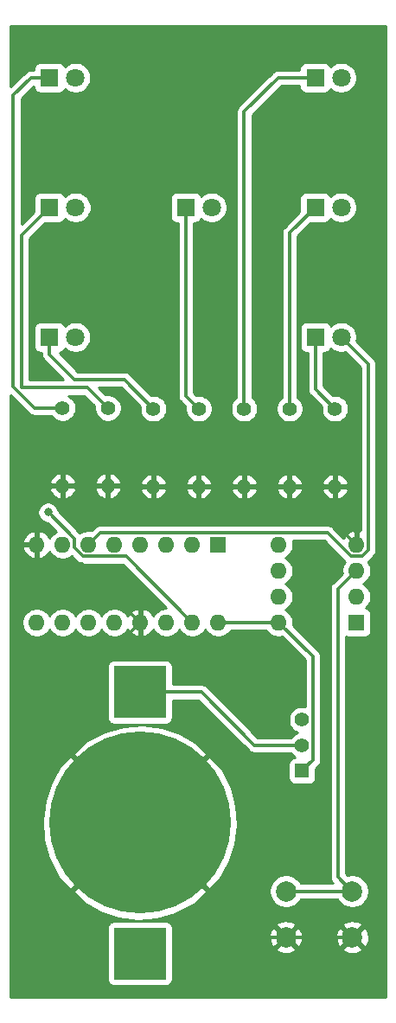
<source format=gbr>
%TF.GenerationSoftware,KiCad,Pcbnew,5.1.9-73d0e3b20d~88~ubuntu18.04.1*%
%TF.CreationDate,2021-01-26T17:19:55+01:00*%
%TF.ProjectId,d1ce,64316365-2e6b-4696-9361-645f70636258,v1*%
%TF.SameCoordinates,Original*%
%TF.FileFunction,Copper,L1,Top*%
%TF.FilePolarity,Positive*%
%FSLAX46Y46*%
G04 Gerber Fmt 4.6, Leading zero omitted, Abs format (unit mm)*
G04 Created by KiCad (PCBNEW 5.1.9-73d0e3b20d~88~ubuntu18.04.1) date 2021-01-26 17:19:55*
%MOMM*%
%LPD*%
G01*
G04 APERTURE LIST*
%TA.AperFunction,SMDPad,CuDef*%
%ADD10R,5.100000X5.100000*%
%TD*%
%TA.AperFunction,SMDPad,CuDef*%
%ADD11C,17.800000*%
%TD*%
%TA.AperFunction,ComponentPad*%
%ADD12R,1.800000X1.800000*%
%TD*%
%TA.AperFunction,ComponentPad*%
%ADD13C,1.800000*%
%TD*%
%TA.AperFunction,ComponentPad*%
%ADD14O,1.400000X1.400000*%
%TD*%
%TA.AperFunction,ComponentPad*%
%ADD15C,1.400000*%
%TD*%
%TA.AperFunction,ComponentPad*%
%ADD16C,2.000000*%
%TD*%
%TA.AperFunction,ComponentPad*%
%ADD17C,1.408000*%
%TD*%
%TA.AperFunction,ComponentPad*%
%ADD18R,1.408000X1.408000*%
%TD*%
%TA.AperFunction,ComponentPad*%
%ADD19O,1.600000X1.600000*%
%TD*%
%TA.AperFunction,ComponentPad*%
%ADD20R,1.600000X1.600000*%
%TD*%
%TA.AperFunction,ViaPad*%
%ADD21C,0.800000*%
%TD*%
%TA.AperFunction,Conductor*%
%ADD22C,0.300000*%
%TD*%
%TA.AperFunction,Conductor*%
%ADD23C,0.254000*%
%TD*%
%TA.AperFunction,Conductor*%
%ADD24C,0.100000*%
%TD*%
G04 APERTURE END LIST*
D10*
%TO.P,BT1,1*%
%TO.N,Net-(BT1-Pad1)*%
X142200000Y-118570000D03*
X142200000Y-144170000D03*
D11*
%TO.P,BT1,2*%
%TO.N,GND*%
X142200000Y-131370000D03*
%TD*%
D12*
%TO.P,D1,1*%
%TO.N,Net-(D1-Pad1)*%
X133350000Y-58420000D03*
D13*
%TO.P,D1,2*%
%TO.N,/LED1*%
X135890000Y-58420000D03*
%TD*%
%TO.P,D2,2*%
%TO.N,/LED2*%
X135894800Y-71120000D03*
D12*
%TO.P,D2,1*%
%TO.N,Net-(D2-Pad1)*%
X133354800Y-71120000D03*
%TD*%
D13*
%TO.P,D3,2*%
%TO.N,/LED3*%
X135890000Y-83820000D03*
D12*
%TO.P,D3,1*%
%TO.N,Net-(D3-Pad1)*%
X133350000Y-83820000D03*
%TD*%
%TO.P,D4,1*%
%TO.N,Net-(D4-Pad1)*%
X146685000Y-71120000D03*
D13*
%TO.P,D4,2*%
%TO.N,/LED4*%
X149225000Y-71120000D03*
%TD*%
%TO.P,D5,2*%
%TO.N,/LED5*%
X161894800Y-58420000D03*
D12*
%TO.P,D5,1*%
%TO.N,Net-(D5-Pad1)*%
X159354800Y-58420000D03*
%TD*%
D13*
%TO.P,D6,2*%
%TO.N,/LED6*%
X161894800Y-71120000D03*
D12*
%TO.P,D6,1*%
%TO.N,Net-(D6-Pad1)*%
X159354800Y-71120000D03*
%TD*%
%TO.P,D7,1*%
%TO.N,Net-(D7-Pad1)*%
X159385000Y-83820000D03*
D13*
%TO.P,D7,2*%
%TO.N,/LED7*%
X161925000Y-83820000D03*
%TD*%
D14*
%TO.P,R1,2*%
%TO.N,GND*%
X134620000Y-98390000D03*
D15*
%TO.P,R1,1*%
%TO.N,Net-(D1-Pad1)*%
X134620000Y-90770000D03*
%TD*%
D14*
%TO.P,R2,2*%
%TO.N,GND*%
X139065000Y-98390000D03*
D15*
%TO.P,R2,1*%
%TO.N,Net-(D2-Pad1)*%
X139065000Y-90770000D03*
%TD*%
%TO.P,R3,1*%
%TO.N,Net-(D3-Pad1)*%
X143510000Y-90825000D03*
D14*
%TO.P,R3,2*%
%TO.N,GND*%
X143510000Y-98445000D03*
%TD*%
%TO.P,R4,2*%
%TO.N,GND*%
X147955000Y-98445000D03*
D15*
%TO.P,R4,1*%
%TO.N,Net-(D4-Pad1)*%
X147955000Y-90825000D03*
%TD*%
D14*
%TO.P,R5,2*%
%TO.N,GND*%
X152400000Y-98445000D03*
D15*
%TO.P,R5,1*%
%TO.N,Net-(D5-Pad1)*%
X152400000Y-90825000D03*
%TD*%
%TO.P,R6,1*%
%TO.N,Net-(D6-Pad1)*%
X156845000Y-90825000D03*
D14*
%TO.P,R6,2*%
%TO.N,GND*%
X156845000Y-98445000D03*
%TD*%
%TO.P,R7,2*%
%TO.N,GND*%
X161290000Y-98445000D03*
D15*
%TO.P,R7,1*%
%TO.N,Net-(D7-Pad1)*%
X161290000Y-90825000D03*
%TD*%
D16*
%TO.P,SW1,1*%
%TO.N,Net-(SW1-Pad1)*%
X162987580Y-138067980D03*
%TO.P,SW1,2*%
%TO.N,GND*%
X162987580Y-142567980D03*
%TO.P,SW1,1*%
%TO.N,Net-(SW1-Pad1)*%
X156487580Y-138067980D03*
%TO.P,SW1,2*%
%TO.N,GND*%
X156487580Y-142567980D03*
%TD*%
D17*
%TO.P,SW2,3*%
%TO.N,Net-(SW2-Pad3)*%
X158070000Y-121290000D03*
%TO.P,SW2,2*%
%TO.N,Net-(BT1-Pad1)*%
X158070000Y-123790000D03*
D18*
%TO.P,SW2,1*%
%TO.N,VCC*%
X158070000Y-126290000D03*
%TD*%
D19*
%TO.P,U1,8*%
%TO.N,VCC*%
X155780000Y-111760000D03*
%TO.P,U1,4*%
%TO.N,GND*%
X163400000Y-104140000D03*
%TO.P,U1,7*%
%TO.N,/PB2toData*%
X155780000Y-109220000D03*
%TO.P,U1,3*%
%TO.N,Net-(SW1-Pad1)*%
X163400000Y-106680000D03*
%TO.P,U1,6*%
%TO.N,/PB1toLatch*%
X155780000Y-106680000D03*
%TO.P,U1,2*%
%TO.N,Net-(U1-Pad2)*%
X163400000Y-109220000D03*
%TO.P,U1,5*%
%TO.N,/PB0toClock*%
X155780000Y-104140000D03*
D20*
%TO.P,U1,1*%
%TO.N,Net-(U1-Pad1)*%
X163400000Y-111760000D03*
%TD*%
D19*
%TO.P,U2,16*%
%TO.N,VCC*%
X149860000Y-111760000D03*
%TO.P,U2,8*%
%TO.N,GND*%
X132080000Y-104140000D03*
%TO.P,U2,15*%
%TO.N,/LED1*%
X147320000Y-111760000D03*
%TO.P,U2,7*%
%TO.N,Net-(U2-Pad7)*%
X134620000Y-104140000D03*
%TO.P,U2,14*%
%TO.N,/PB2toData*%
X144780000Y-111760000D03*
%TO.P,U2,6*%
%TO.N,/LED7*%
X137160000Y-104140000D03*
%TO.P,U2,13*%
%TO.N,GND*%
X142240000Y-111760000D03*
%TO.P,U2,5*%
%TO.N,/LED6*%
X139700000Y-104140000D03*
%TO.P,U2,12*%
%TO.N,/PB1toLatch*%
X139700000Y-111760000D03*
%TO.P,U2,4*%
%TO.N,/LED5*%
X142240000Y-104140000D03*
%TO.P,U2,11*%
%TO.N,/PB0toClock*%
X137160000Y-111760000D03*
%TO.P,U2,3*%
%TO.N,/LED4*%
X144780000Y-104140000D03*
%TO.P,U2,10*%
%TO.N,VCC*%
X134620000Y-111760000D03*
%TO.P,U2,2*%
%TO.N,/LED3*%
X147320000Y-104140000D03*
%TO.P,U2,9*%
%TO.N,Net-(U2-Pad9)*%
X132080000Y-111760000D03*
D20*
%TO.P,U2,1*%
%TO.N,/LED2*%
X149860000Y-104140000D03*
%TD*%
D21*
%TO.N,/LED1*%
X133200000Y-100970000D03*
%TD*%
D22*
%TO.N,Net-(BT1-Pad1)*%
X142200000Y-118570000D02*
X148200000Y-118570000D01*
X148200000Y-118570000D02*
X153420000Y-123790000D01*
X153420000Y-123790000D02*
X158070000Y-123790000D01*
%TO.N,GND*%
X161290000Y-102030000D02*
X163400000Y-104140000D01*
X161290000Y-98445000D02*
X161290000Y-102030000D01*
X161290000Y-98445000D02*
X156845000Y-98445000D01*
X156845000Y-98445000D02*
X152400000Y-98445000D01*
X152400000Y-98445000D02*
X147955000Y-98445000D01*
X147955000Y-98445000D02*
X143510000Y-98445000D01*
X139120000Y-98445000D02*
X139065000Y-98390000D01*
X143510000Y-98445000D02*
X139120000Y-98445000D01*
X139065000Y-98390000D02*
X134620000Y-98390000D01*
X134620000Y-98390000D02*
X133180000Y-98390000D01*
X132080000Y-99490000D02*
X132080000Y-104140000D01*
X133180000Y-98390000D02*
X132080000Y-99490000D01*
X132080000Y-104140000D02*
X132080000Y-106050000D01*
X136530000Y-106050000D02*
X142240000Y-111760000D01*
X132080000Y-106050000D02*
X136530000Y-106050000D01*
X142240000Y-111760000D02*
X139430000Y-114570000D01*
X139430000Y-114570000D02*
X135200000Y-114570000D01*
X135200000Y-124370000D02*
X142200000Y-131370000D01*
X135200000Y-114570000D02*
X135200000Y-124370000D01*
X156487580Y-142567980D02*
X162987580Y-142567980D01*
X142200000Y-131370000D02*
X153397980Y-142567980D01*
X153397980Y-142567980D02*
X156487580Y-142567980D01*
%TO.N,/LED1*%
X135770001Y-103540001D02*
X133200000Y-100970000D01*
X135770001Y-104452003D02*
X135770001Y-103540001D01*
X136607999Y-105290001D02*
X135770001Y-104452003D01*
X147320000Y-111760000D02*
X140850001Y-105290001D01*
X140850001Y-105290001D02*
X136607999Y-105290001D01*
%TO.N,Net-(D1-Pad1)*%
X133350000Y-58420000D02*
X131550000Y-58420000D01*
X131550000Y-58420000D02*
X129800000Y-60170000D01*
X129800000Y-88677120D02*
X131892880Y-90770000D01*
X131892880Y-90770000D02*
X134620000Y-90770000D01*
X129800000Y-60170000D02*
X129800000Y-88677120D01*
%TO.N,Net-(D2-Pad1)*%
X139065000Y-90770000D02*
X137065000Y-88770000D01*
X137065000Y-88770000D02*
X130600000Y-88770000D01*
X130600000Y-73874800D02*
X133354800Y-71120000D01*
X130600000Y-88770000D02*
X130600000Y-73874800D01*
%TO.N,Net-(D3-Pad1)*%
X133350000Y-83820000D02*
X133350000Y-85520000D01*
X133350000Y-85520000D02*
X135800000Y-87970000D01*
X140655000Y-87970000D02*
X143510000Y-90825000D01*
X135800000Y-87970000D02*
X140655000Y-87970000D01*
%TO.N,Net-(D4-Pad1)*%
X146685000Y-89555000D02*
X147955000Y-90825000D01*
X146685000Y-71120000D02*
X146685000Y-89555000D01*
%TO.N,Net-(D5-Pad1)*%
X159354800Y-58420000D02*
X155750000Y-58420000D01*
X152400000Y-61770000D02*
X152400000Y-90825000D01*
X155750000Y-58420000D02*
X152400000Y-61770000D01*
%TO.N,Net-(D6-Pad1)*%
X156845000Y-73629800D02*
X156845000Y-90825000D01*
X159354800Y-71120000D02*
X156845000Y-73629800D01*
%TO.N,/LED7*%
X164550001Y-86445001D02*
X161925000Y-83820000D01*
X164550001Y-104692001D02*
X164550001Y-86445001D01*
X163952001Y-105290001D02*
X164550001Y-104692001D01*
X162847999Y-105290001D02*
X163952001Y-105290001D01*
X160547997Y-102989999D02*
X162847999Y-105290001D01*
X138310001Y-102989999D02*
X160547997Y-102989999D01*
X137160000Y-104140000D02*
X138310001Y-102989999D01*
%TO.N,Net-(D7-Pad1)*%
X159385000Y-88920000D02*
X161290000Y-90825000D01*
X159385000Y-83820000D02*
X159385000Y-88920000D01*
%TO.N,Net-(SW1-Pad1)*%
X156487580Y-138067980D02*
X162987580Y-138067980D01*
X163400000Y-106680000D02*
X161600000Y-108480000D01*
X161600000Y-136680400D02*
X162987580Y-138067980D01*
X161600000Y-108480000D02*
X161600000Y-136680400D01*
%TO.N,VCC*%
X159124001Y-115104001D02*
X155780000Y-111760000D01*
X159124001Y-125235999D02*
X159124001Y-115104001D01*
X158070000Y-126290000D02*
X159124001Y-125235999D01*
X155780000Y-111760000D02*
X149860000Y-111760000D01*
%TD*%
D23*
%TO.N,GND*%
X166275001Y-148465000D02*
X129545000Y-148465000D01*
X129545000Y-141620000D01*
X139011928Y-141620000D01*
X139011928Y-146720000D01*
X139024188Y-146844482D01*
X139060498Y-146964180D01*
X139119463Y-147074494D01*
X139198815Y-147171185D01*
X139295506Y-147250537D01*
X139405820Y-147309502D01*
X139525518Y-147345812D01*
X139650000Y-147358072D01*
X144750000Y-147358072D01*
X144874482Y-147345812D01*
X144994180Y-147309502D01*
X145104494Y-147250537D01*
X145201185Y-147171185D01*
X145280537Y-147074494D01*
X145339502Y-146964180D01*
X145375812Y-146844482D01*
X145388072Y-146720000D01*
X145388072Y-143703393D01*
X155531772Y-143703393D01*
X155627536Y-143967794D01*
X155917151Y-144108684D01*
X156228688Y-144190364D01*
X156550175Y-144209698D01*
X156869255Y-144165941D01*
X157173668Y-144060775D01*
X157347624Y-143967794D01*
X157443388Y-143703393D01*
X162031772Y-143703393D01*
X162127536Y-143967794D01*
X162417151Y-144108684D01*
X162728688Y-144190364D01*
X163050175Y-144209698D01*
X163369255Y-144165941D01*
X163673668Y-144060775D01*
X163847624Y-143967794D01*
X163943388Y-143703393D01*
X162987580Y-142747585D01*
X162031772Y-143703393D01*
X157443388Y-143703393D01*
X156487580Y-142747585D01*
X155531772Y-143703393D01*
X145388072Y-143703393D01*
X145388072Y-142630575D01*
X154845862Y-142630575D01*
X154889619Y-142949655D01*
X154994785Y-143254068D01*
X155087766Y-143428024D01*
X155352167Y-143523788D01*
X156307975Y-142567980D01*
X156667185Y-142567980D01*
X157622993Y-143523788D01*
X157887394Y-143428024D01*
X158028284Y-143138409D01*
X158109964Y-142826872D01*
X158121769Y-142630575D01*
X161345862Y-142630575D01*
X161389619Y-142949655D01*
X161494785Y-143254068D01*
X161587766Y-143428024D01*
X161852167Y-143523788D01*
X162807975Y-142567980D01*
X163167185Y-142567980D01*
X164122993Y-143523788D01*
X164387394Y-143428024D01*
X164528284Y-143138409D01*
X164609964Y-142826872D01*
X164629298Y-142505385D01*
X164585541Y-142186305D01*
X164480375Y-141881892D01*
X164387394Y-141707936D01*
X164122993Y-141612172D01*
X163167185Y-142567980D01*
X162807975Y-142567980D01*
X161852167Y-141612172D01*
X161587766Y-141707936D01*
X161446876Y-141997551D01*
X161365196Y-142309088D01*
X161345862Y-142630575D01*
X158121769Y-142630575D01*
X158129298Y-142505385D01*
X158085541Y-142186305D01*
X157980375Y-141881892D01*
X157887394Y-141707936D01*
X157622993Y-141612172D01*
X156667185Y-142567980D01*
X156307975Y-142567980D01*
X155352167Y-141612172D01*
X155087766Y-141707936D01*
X154946876Y-141997551D01*
X154865196Y-142309088D01*
X154845862Y-142630575D01*
X145388072Y-142630575D01*
X145388072Y-141620000D01*
X145375812Y-141495518D01*
X145356717Y-141432567D01*
X155531772Y-141432567D01*
X156487580Y-142388375D01*
X157443388Y-141432567D01*
X162031772Y-141432567D01*
X162987580Y-142388375D01*
X163943388Y-141432567D01*
X163847624Y-141168166D01*
X163558009Y-141027276D01*
X163246472Y-140945596D01*
X162924985Y-140926262D01*
X162605905Y-140970019D01*
X162301492Y-141075185D01*
X162127536Y-141168166D01*
X162031772Y-141432567D01*
X157443388Y-141432567D01*
X157347624Y-141168166D01*
X157058009Y-141027276D01*
X156746472Y-140945596D01*
X156424985Y-140926262D01*
X156105905Y-140970019D01*
X155801492Y-141075185D01*
X155627536Y-141168166D01*
X155531772Y-141432567D01*
X145356717Y-141432567D01*
X145339502Y-141375820D01*
X145280537Y-141265506D01*
X145201185Y-141168815D01*
X145104494Y-141089463D01*
X144994180Y-141030498D01*
X144874482Y-140994188D01*
X144750000Y-140981928D01*
X139650000Y-140981928D01*
X139525518Y-140994188D01*
X139405820Y-141030498D01*
X139295506Y-141089463D01*
X139198815Y-141168815D01*
X139119463Y-141265506D01*
X139060498Y-141375820D01*
X139024188Y-141495518D01*
X139011928Y-141620000D01*
X129545000Y-141620000D01*
X129545000Y-138121830D01*
X135627775Y-138121830D01*
X136671590Y-139195270D01*
X138304451Y-140123449D01*
X140087016Y-140715238D01*
X141950782Y-140947894D01*
X143824125Y-140812478D01*
X145635054Y-140314192D01*
X147313976Y-139472186D01*
X147728410Y-139195270D01*
X148772225Y-138121830D01*
X142200000Y-131549605D01*
X135627775Y-138121830D01*
X129545000Y-138121830D01*
X129545000Y-131120782D01*
X132622106Y-131120782D01*
X132757522Y-132994125D01*
X133255808Y-134805054D01*
X134097814Y-136483976D01*
X134374730Y-136898410D01*
X135448170Y-137942225D01*
X142020395Y-131370000D01*
X142379605Y-131370000D01*
X148951830Y-137942225D01*
X150025270Y-136898410D01*
X150953449Y-135265549D01*
X151545238Y-133482984D01*
X151777894Y-131619218D01*
X151642478Y-129745875D01*
X151144192Y-127934946D01*
X150302186Y-126256024D01*
X150025270Y-125841590D01*
X148951830Y-124797775D01*
X142379605Y-131370000D01*
X142020395Y-131370000D01*
X135448170Y-124797775D01*
X134374730Y-125841590D01*
X133446551Y-127474451D01*
X132854762Y-129257016D01*
X132622106Y-131120782D01*
X129545000Y-131120782D01*
X129545000Y-124618170D01*
X135627775Y-124618170D01*
X142200000Y-131190395D01*
X148772225Y-124618170D01*
X147728410Y-123544730D01*
X146095549Y-122616551D01*
X144312984Y-122024762D01*
X142449218Y-121792106D01*
X140575875Y-121927522D01*
X138764946Y-122425808D01*
X137086024Y-123267814D01*
X136671590Y-123544730D01*
X135627775Y-124618170D01*
X129545000Y-124618170D01*
X129545000Y-111618665D01*
X130645000Y-111618665D01*
X130645000Y-111901335D01*
X130700147Y-112178574D01*
X130808320Y-112439727D01*
X130965363Y-112674759D01*
X131165241Y-112874637D01*
X131400273Y-113031680D01*
X131661426Y-113139853D01*
X131938665Y-113195000D01*
X132221335Y-113195000D01*
X132498574Y-113139853D01*
X132759727Y-113031680D01*
X132994759Y-112874637D01*
X133194637Y-112674759D01*
X133350000Y-112442241D01*
X133505363Y-112674759D01*
X133705241Y-112874637D01*
X133940273Y-113031680D01*
X134201426Y-113139853D01*
X134478665Y-113195000D01*
X134761335Y-113195000D01*
X135038574Y-113139853D01*
X135299727Y-113031680D01*
X135534759Y-112874637D01*
X135734637Y-112674759D01*
X135890000Y-112442241D01*
X136045363Y-112674759D01*
X136245241Y-112874637D01*
X136480273Y-113031680D01*
X136741426Y-113139853D01*
X137018665Y-113195000D01*
X137301335Y-113195000D01*
X137578574Y-113139853D01*
X137839727Y-113031680D01*
X138074759Y-112874637D01*
X138274637Y-112674759D01*
X138430000Y-112442241D01*
X138585363Y-112674759D01*
X138785241Y-112874637D01*
X139020273Y-113031680D01*
X139281426Y-113139853D01*
X139558665Y-113195000D01*
X139841335Y-113195000D01*
X140118574Y-113139853D01*
X140379727Y-113031680D01*
X140614759Y-112874637D01*
X140814637Y-112674759D01*
X140971680Y-112439727D01*
X140976067Y-112429135D01*
X141087615Y-112615131D01*
X141276586Y-112823519D01*
X141502580Y-112991037D01*
X141756913Y-113111246D01*
X141890961Y-113151904D01*
X142113000Y-113029915D01*
X142113000Y-111887000D01*
X142093000Y-111887000D01*
X142093000Y-111633000D01*
X142113000Y-111633000D01*
X142113000Y-110490085D01*
X141890961Y-110368096D01*
X141756913Y-110408754D01*
X141502580Y-110528963D01*
X141276586Y-110696481D01*
X141087615Y-110904869D01*
X140976067Y-111090865D01*
X140971680Y-111080273D01*
X140814637Y-110845241D01*
X140614759Y-110645363D01*
X140379727Y-110488320D01*
X140118574Y-110380147D01*
X139841335Y-110325000D01*
X139558665Y-110325000D01*
X139281426Y-110380147D01*
X139020273Y-110488320D01*
X138785241Y-110645363D01*
X138585363Y-110845241D01*
X138430000Y-111077759D01*
X138274637Y-110845241D01*
X138074759Y-110645363D01*
X137839727Y-110488320D01*
X137578574Y-110380147D01*
X137301335Y-110325000D01*
X137018665Y-110325000D01*
X136741426Y-110380147D01*
X136480273Y-110488320D01*
X136245241Y-110645363D01*
X136045363Y-110845241D01*
X135890000Y-111077759D01*
X135734637Y-110845241D01*
X135534759Y-110645363D01*
X135299727Y-110488320D01*
X135038574Y-110380147D01*
X134761335Y-110325000D01*
X134478665Y-110325000D01*
X134201426Y-110380147D01*
X133940273Y-110488320D01*
X133705241Y-110645363D01*
X133505363Y-110845241D01*
X133350000Y-111077759D01*
X133194637Y-110845241D01*
X132994759Y-110645363D01*
X132759727Y-110488320D01*
X132498574Y-110380147D01*
X132221335Y-110325000D01*
X131938665Y-110325000D01*
X131661426Y-110380147D01*
X131400273Y-110488320D01*
X131165241Y-110645363D01*
X130965363Y-110845241D01*
X130808320Y-111080273D01*
X130700147Y-111341426D01*
X130645000Y-111618665D01*
X129545000Y-111618665D01*
X129545000Y-104489040D01*
X130688091Y-104489040D01*
X130782930Y-104753881D01*
X130927615Y-104995131D01*
X131116586Y-105203519D01*
X131342580Y-105371037D01*
X131596913Y-105491246D01*
X131730961Y-105531904D01*
X131953000Y-105409915D01*
X131953000Y-104267000D01*
X130809376Y-104267000D01*
X130688091Y-104489040D01*
X129545000Y-104489040D01*
X129545000Y-103790960D01*
X130688091Y-103790960D01*
X130809376Y-104013000D01*
X131953000Y-104013000D01*
X131953000Y-102870085D01*
X131730961Y-102748096D01*
X131596913Y-102788754D01*
X131342580Y-102908963D01*
X131116586Y-103076481D01*
X130927615Y-103284869D01*
X130782930Y-103526119D01*
X130688091Y-103790960D01*
X129545000Y-103790960D01*
X129545000Y-100868061D01*
X132165000Y-100868061D01*
X132165000Y-101071939D01*
X132204774Y-101271898D01*
X132282795Y-101460256D01*
X132396063Y-101629774D01*
X132540226Y-101773937D01*
X132709744Y-101887205D01*
X132898102Y-101965226D01*
X133098061Y-102005000D01*
X133124843Y-102005000D01*
X133974136Y-102854294D01*
X133940273Y-102868320D01*
X133705241Y-103025363D01*
X133505363Y-103225241D01*
X133348320Y-103460273D01*
X133343933Y-103470865D01*
X133232385Y-103284869D01*
X133043414Y-103076481D01*
X132817420Y-102908963D01*
X132563087Y-102788754D01*
X132429039Y-102748096D01*
X132207000Y-102870085D01*
X132207000Y-104013000D01*
X132227000Y-104013000D01*
X132227000Y-104267000D01*
X132207000Y-104267000D01*
X132207000Y-105409915D01*
X132429039Y-105531904D01*
X132563087Y-105491246D01*
X132817420Y-105371037D01*
X133043414Y-105203519D01*
X133232385Y-104995131D01*
X133343933Y-104809135D01*
X133348320Y-104819727D01*
X133505363Y-105054759D01*
X133705241Y-105254637D01*
X133940273Y-105411680D01*
X134201426Y-105519853D01*
X134478665Y-105575000D01*
X134761335Y-105575000D01*
X135038574Y-105519853D01*
X135299727Y-105411680D01*
X135491429Y-105283589D01*
X136025656Y-105817816D01*
X136050235Y-105847765D01*
X136080183Y-105872343D01*
X136080186Y-105872346D01*
X136109558Y-105896451D01*
X136169766Y-105945863D01*
X136306139Y-106018755D01*
X136454111Y-106063642D01*
X136468489Y-106065058D01*
X136569438Y-106075001D01*
X136569445Y-106075001D01*
X136607998Y-106078798D01*
X136646551Y-106075001D01*
X140524844Y-106075001D01*
X144774842Y-110325000D01*
X144638665Y-110325000D01*
X144361426Y-110380147D01*
X144100273Y-110488320D01*
X143865241Y-110645363D01*
X143665363Y-110845241D01*
X143508320Y-111080273D01*
X143503933Y-111090865D01*
X143392385Y-110904869D01*
X143203414Y-110696481D01*
X142977420Y-110528963D01*
X142723087Y-110408754D01*
X142589039Y-110368096D01*
X142367000Y-110490085D01*
X142367000Y-111633000D01*
X142387000Y-111633000D01*
X142387000Y-111887000D01*
X142367000Y-111887000D01*
X142367000Y-113029915D01*
X142589039Y-113151904D01*
X142723087Y-113111246D01*
X142977420Y-112991037D01*
X143203414Y-112823519D01*
X143392385Y-112615131D01*
X143503933Y-112429135D01*
X143508320Y-112439727D01*
X143665363Y-112674759D01*
X143865241Y-112874637D01*
X144100273Y-113031680D01*
X144361426Y-113139853D01*
X144638665Y-113195000D01*
X144921335Y-113195000D01*
X145198574Y-113139853D01*
X145459727Y-113031680D01*
X145694759Y-112874637D01*
X145894637Y-112674759D01*
X146050000Y-112442241D01*
X146205363Y-112674759D01*
X146405241Y-112874637D01*
X146640273Y-113031680D01*
X146901426Y-113139853D01*
X147178665Y-113195000D01*
X147461335Y-113195000D01*
X147738574Y-113139853D01*
X147999727Y-113031680D01*
X148234759Y-112874637D01*
X148434637Y-112674759D01*
X148590000Y-112442241D01*
X148745363Y-112674759D01*
X148945241Y-112874637D01*
X149180273Y-113031680D01*
X149441426Y-113139853D01*
X149718665Y-113195000D01*
X150001335Y-113195000D01*
X150278574Y-113139853D01*
X150539727Y-113031680D01*
X150774759Y-112874637D01*
X150974637Y-112674759D01*
X151061339Y-112545000D01*
X154578661Y-112545000D01*
X154665363Y-112674759D01*
X154865241Y-112874637D01*
X155100273Y-113031680D01*
X155361426Y-113139853D01*
X155638665Y-113195000D01*
X155921335Y-113195000D01*
X156074397Y-113164554D01*
X158339002Y-115429159D01*
X158339002Y-119978275D01*
X158201880Y-119951000D01*
X157938120Y-119951000D01*
X157679428Y-120002457D01*
X157435746Y-120103393D01*
X157216437Y-120249931D01*
X157029931Y-120436437D01*
X156883393Y-120655746D01*
X156782457Y-120899428D01*
X156731000Y-121158120D01*
X156731000Y-121421880D01*
X156782457Y-121680572D01*
X156883393Y-121924254D01*
X157029931Y-122143563D01*
X157216437Y-122330069D01*
X157435746Y-122476607D01*
X157588791Y-122540000D01*
X157435746Y-122603393D01*
X157216437Y-122749931D01*
X157029931Y-122936437D01*
X156984119Y-123005000D01*
X153745157Y-123005000D01*
X148782347Y-118042190D01*
X148757764Y-118012236D01*
X148638233Y-117914138D01*
X148501860Y-117841246D01*
X148353887Y-117796359D01*
X148238561Y-117785000D01*
X148238553Y-117785000D01*
X148200000Y-117781203D01*
X148161447Y-117785000D01*
X145388072Y-117785000D01*
X145388072Y-116020000D01*
X145375812Y-115895518D01*
X145339502Y-115775820D01*
X145280537Y-115665506D01*
X145201185Y-115568815D01*
X145104494Y-115489463D01*
X144994180Y-115430498D01*
X144874482Y-115394188D01*
X144750000Y-115381928D01*
X139650000Y-115381928D01*
X139525518Y-115394188D01*
X139405820Y-115430498D01*
X139295506Y-115489463D01*
X139198815Y-115568815D01*
X139119463Y-115665506D01*
X139060498Y-115775820D01*
X139024188Y-115895518D01*
X139011928Y-116020000D01*
X139011928Y-121120000D01*
X139024188Y-121244482D01*
X139060498Y-121364180D01*
X139119463Y-121474494D01*
X139198815Y-121571185D01*
X139295506Y-121650537D01*
X139405820Y-121709502D01*
X139525518Y-121745812D01*
X139650000Y-121758072D01*
X144750000Y-121758072D01*
X144874482Y-121745812D01*
X144994180Y-121709502D01*
X145104494Y-121650537D01*
X145201185Y-121571185D01*
X145280537Y-121474494D01*
X145339502Y-121364180D01*
X145375812Y-121244482D01*
X145388072Y-121120000D01*
X145388072Y-119355000D01*
X147874843Y-119355000D01*
X152837653Y-124317810D01*
X152862236Y-124347764D01*
X152981767Y-124445862D01*
X153096608Y-124507245D01*
X153118140Y-124518754D01*
X153266113Y-124563642D01*
X153341026Y-124571020D01*
X153381439Y-124575000D01*
X153381444Y-124575000D01*
X153420000Y-124578797D01*
X153458556Y-124575000D01*
X156984119Y-124575000D01*
X157029931Y-124643563D01*
X157216437Y-124830069D01*
X157392825Y-124947928D01*
X157366000Y-124947928D01*
X157241518Y-124960188D01*
X157121820Y-124996498D01*
X157011506Y-125055463D01*
X156914815Y-125134815D01*
X156835463Y-125231506D01*
X156776498Y-125341820D01*
X156740188Y-125461518D01*
X156727928Y-125586000D01*
X156727928Y-126994000D01*
X156740188Y-127118482D01*
X156776498Y-127238180D01*
X156835463Y-127348494D01*
X156914815Y-127445185D01*
X157011506Y-127524537D01*
X157121820Y-127583502D01*
X157241518Y-127619812D01*
X157366000Y-127632072D01*
X158774000Y-127632072D01*
X158898482Y-127619812D01*
X159018180Y-127583502D01*
X159128494Y-127524537D01*
X159225185Y-127445185D01*
X159304537Y-127348494D01*
X159363502Y-127238180D01*
X159399812Y-127118482D01*
X159412072Y-126994000D01*
X159412072Y-126058085D01*
X159651812Y-125818345D01*
X159681765Y-125793763D01*
X159779863Y-125674232D01*
X159852755Y-125537859D01*
X159875913Y-125461518D01*
X159897643Y-125389886D01*
X159905021Y-125314973D01*
X159909001Y-125274560D01*
X159909001Y-125274555D01*
X159912798Y-125235999D01*
X159909001Y-125197443D01*
X159909001Y-115142557D01*
X159912798Y-115104001D01*
X159909001Y-115065445D01*
X159909001Y-115065440D01*
X159905021Y-115025027D01*
X159897643Y-114950114D01*
X159852755Y-114802141D01*
X159779863Y-114665768D01*
X159681765Y-114546237D01*
X159651811Y-114521654D01*
X157184554Y-112054397D01*
X157215000Y-111901335D01*
X157215000Y-111618665D01*
X157159853Y-111341426D01*
X157051680Y-111080273D01*
X156894637Y-110845241D01*
X156694759Y-110645363D01*
X156462241Y-110490000D01*
X156694759Y-110334637D01*
X156894637Y-110134759D01*
X157051680Y-109899727D01*
X157159853Y-109638574D01*
X157215000Y-109361335D01*
X157215000Y-109078665D01*
X157159853Y-108801426D01*
X157051680Y-108540273D01*
X156894637Y-108305241D01*
X156694759Y-108105363D01*
X156462241Y-107950000D01*
X156694759Y-107794637D01*
X156894637Y-107594759D01*
X157051680Y-107359727D01*
X157159853Y-107098574D01*
X157215000Y-106821335D01*
X157215000Y-106538665D01*
X157159853Y-106261426D01*
X157051680Y-106000273D01*
X156894637Y-105765241D01*
X156694759Y-105565363D01*
X156462241Y-105410000D01*
X156694759Y-105254637D01*
X156894637Y-105054759D01*
X157051680Y-104819727D01*
X157159853Y-104558574D01*
X157215000Y-104281335D01*
X157215000Y-103998665D01*
X157170509Y-103774999D01*
X160222840Y-103774999D01*
X162256411Y-105808571D01*
X162128320Y-106000273D01*
X162020147Y-106261426D01*
X161965000Y-106538665D01*
X161965000Y-106821335D01*
X161995446Y-106974396D01*
X161072190Y-107897653D01*
X161042236Y-107922236D01*
X160944138Y-108041768D01*
X160871246Y-108178141D01*
X160826359Y-108326114D01*
X160815000Y-108441440D01*
X160815000Y-108441447D01*
X160811203Y-108480000D01*
X160815000Y-108518553D01*
X160815001Y-136641837D01*
X160811203Y-136680400D01*
X160826359Y-136834286D01*
X160871246Y-136982259D01*
X160871247Y-136982260D01*
X160944139Y-137118633D01*
X160984690Y-137168044D01*
X161017655Y-137208212D01*
X161017659Y-137208216D01*
X161042237Y-137238164D01*
X161072185Y-137262742D01*
X161092423Y-137282980D01*
X157929457Y-137282980D01*
X157757567Y-137025728D01*
X157529832Y-136797993D01*
X157262043Y-136619062D01*
X156964492Y-136495812D01*
X156648613Y-136432980D01*
X156326547Y-136432980D01*
X156010668Y-136495812D01*
X155713117Y-136619062D01*
X155445328Y-136797993D01*
X155217593Y-137025728D01*
X155038662Y-137293517D01*
X154915412Y-137591068D01*
X154852580Y-137906947D01*
X154852580Y-138229013D01*
X154915412Y-138544892D01*
X155038662Y-138842443D01*
X155217593Y-139110232D01*
X155445328Y-139337967D01*
X155713117Y-139516898D01*
X156010668Y-139640148D01*
X156326547Y-139702980D01*
X156648613Y-139702980D01*
X156964492Y-139640148D01*
X157262043Y-139516898D01*
X157529832Y-139337967D01*
X157757567Y-139110232D01*
X157929457Y-138852980D01*
X161545703Y-138852980D01*
X161717593Y-139110232D01*
X161945328Y-139337967D01*
X162213117Y-139516898D01*
X162510668Y-139640148D01*
X162826547Y-139702980D01*
X163148613Y-139702980D01*
X163464492Y-139640148D01*
X163762043Y-139516898D01*
X164029832Y-139337967D01*
X164257567Y-139110232D01*
X164436498Y-138842443D01*
X164559748Y-138544892D01*
X164622580Y-138229013D01*
X164622580Y-137906947D01*
X164559748Y-137591068D01*
X164436498Y-137293517D01*
X164257567Y-137025728D01*
X164029832Y-136797993D01*
X163762043Y-136619062D01*
X163464492Y-136495812D01*
X163148613Y-136432980D01*
X162826547Y-136432980D01*
X162523097Y-136493340D01*
X162385000Y-136355243D01*
X162385000Y-113158354D01*
X162475518Y-113185812D01*
X162600000Y-113198072D01*
X164200000Y-113198072D01*
X164324482Y-113185812D01*
X164444180Y-113149502D01*
X164554494Y-113090537D01*
X164651185Y-113011185D01*
X164730537Y-112914494D01*
X164789502Y-112804180D01*
X164825812Y-112684482D01*
X164838072Y-112560000D01*
X164838072Y-110960000D01*
X164825812Y-110835518D01*
X164789502Y-110715820D01*
X164730537Y-110605506D01*
X164651185Y-110508815D01*
X164554494Y-110429463D01*
X164444180Y-110370498D01*
X164324482Y-110334188D01*
X164316039Y-110333357D01*
X164514637Y-110134759D01*
X164671680Y-109899727D01*
X164779853Y-109638574D01*
X164835000Y-109361335D01*
X164835000Y-109078665D01*
X164779853Y-108801426D01*
X164671680Y-108540273D01*
X164514637Y-108305241D01*
X164314759Y-108105363D01*
X164082241Y-107950000D01*
X164314759Y-107794637D01*
X164514637Y-107594759D01*
X164671680Y-107359727D01*
X164779853Y-107098574D01*
X164835000Y-106821335D01*
X164835000Y-106538665D01*
X164779853Y-106261426D01*
X164671680Y-106000273D01*
X164543589Y-105808570D01*
X165077812Y-105274347D01*
X165107765Y-105249765D01*
X165205863Y-105130234D01*
X165278755Y-104993861D01*
X165298492Y-104928797D01*
X165323643Y-104845888D01*
X165334836Y-104732237D01*
X165335001Y-104730562D01*
X165335001Y-104730557D01*
X165338798Y-104692001D01*
X165335001Y-104653445D01*
X165335001Y-86483553D01*
X165338798Y-86445000D01*
X165335001Y-86406447D01*
X165335001Y-86406440D01*
X165323642Y-86291114D01*
X165278755Y-86143141D01*
X165205863Y-86006768D01*
X165107765Y-85887237D01*
X165077817Y-85862659D01*
X163414597Y-84199440D01*
X163460000Y-83971184D01*
X163460000Y-83668816D01*
X163401011Y-83372257D01*
X163285299Y-83092905D01*
X163117312Y-82841495D01*
X162903505Y-82627688D01*
X162652095Y-82459701D01*
X162372743Y-82343989D01*
X162076184Y-82285000D01*
X161773816Y-82285000D01*
X161477257Y-82343989D01*
X161197905Y-82459701D01*
X160946495Y-82627688D01*
X160880056Y-82694127D01*
X160874502Y-82675820D01*
X160815537Y-82565506D01*
X160736185Y-82468815D01*
X160639494Y-82389463D01*
X160529180Y-82330498D01*
X160409482Y-82294188D01*
X160285000Y-82281928D01*
X158485000Y-82281928D01*
X158360518Y-82294188D01*
X158240820Y-82330498D01*
X158130506Y-82389463D01*
X158033815Y-82468815D01*
X157954463Y-82565506D01*
X157895498Y-82675820D01*
X157859188Y-82795518D01*
X157846928Y-82920000D01*
X157846928Y-84720000D01*
X157859188Y-84844482D01*
X157895498Y-84964180D01*
X157954463Y-85074494D01*
X158033815Y-85171185D01*
X158130506Y-85250537D01*
X158240820Y-85309502D01*
X158360518Y-85345812D01*
X158485000Y-85358072D01*
X158600000Y-85358072D01*
X158600001Y-88881437D01*
X158596203Y-88920000D01*
X158611359Y-89073886D01*
X158656246Y-89221859D01*
X158656247Y-89221860D01*
X158729139Y-89358233D01*
X158764331Y-89401114D01*
X158802655Y-89447812D01*
X158802659Y-89447816D01*
X158827237Y-89477764D01*
X158857185Y-89502342D01*
X159970489Y-90615646D01*
X159955000Y-90693514D01*
X159955000Y-90956486D01*
X160006304Y-91214405D01*
X160106939Y-91457359D01*
X160253038Y-91676013D01*
X160438987Y-91861962D01*
X160657641Y-92008061D01*
X160900595Y-92108696D01*
X161158514Y-92160000D01*
X161421486Y-92160000D01*
X161679405Y-92108696D01*
X161922359Y-92008061D01*
X162141013Y-91861962D01*
X162326962Y-91676013D01*
X162473061Y-91457359D01*
X162573696Y-91214405D01*
X162625000Y-90956486D01*
X162625000Y-90693514D01*
X162573696Y-90435595D01*
X162473061Y-90192641D01*
X162326962Y-89973987D01*
X162141013Y-89788038D01*
X161922359Y-89641939D01*
X161679405Y-89541304D01*
X161421486Y-89490000D01*
X161158514Y-89490000D01*
X161080646Y-89505489D01*
X160170000Y-88594843D01*
X160170000Y-85358072D01*
X160285000Y-85358072D01*
X160409482Y-85345812D01*
X160529180Y-85309502D01*
X160639494Y-85250537D01*
X160736185Y-85171185D01*
X160815537Y-85074494D01*
X160874502Y-84964180D01*
X160880056Y-84945873D01*
X160946495Y-85012312D01*
X161197905Y-85180299D01*
X161477257Y-85296011D01*
X161773816Y-85355000D01*
X162076184Y-85355000D01*
X162304440Y-85309597D01*
X163765002Y-86770160D01*
X163765001Y-102753807D01*
X163749040Y-102748091D01*
X163527000Y-102869376D01*
X163527000Y-104013000D01*
X163547000Y-104013000D01*
X163547000Y-104267000D01*
X163527000Y-104267000D01*
X163527000Y-104287000D01*
X163273000Y-104287000D01*
X163273000Y-104267000D01*
X163253000Y-104267000D01*
X163253000Y-104013000D01*
X163273000Y-104013000D01*
X163273000Y-102869376D01*
X163050960Y-102748091D01*
X162786119Y-102842930D01*
X162544869Y-102987615D01*
X162336481Y-103176586D01*
X162168963Y-103402580D01*
X162137437Y-103469281D01*
X161130344Y-102462189D01*
X161105761Y-102432235D01*
X160986230Y-102334137D01*
X160849857Y-102261245D01*
X160701884Y-102216358D01*
X160586558Y-102204999D01*
X160586550Y-102204999D01*
X160547997Y-102201202D01*
X160509444Y-102204999D01*
X138348553Y-102204999D01*
X138310000Y-102201202D01*
X138271447Y-102204999D01*
X138271440Y-102204999D01*
X138156114Y-102216358D01*
X138008141Y-102261245D01*
X137871768Y-102334137D01*
X137811560Y-102383549D01*
X137782188Y-102407654D01*
X137782185Y-102407657D01*
X137752237Y-102432235D01*
X137727659Y-102462184D01*
X137454396Y-102735446D01*
X137301335Y-102705000D01*
X137018665Y-102705000D01*
X136741426Y-102760147D01*
X136480273Y-102868320D01*
X136319695Y-102975614D01*
X136297817Y-102957659D01*
X134235000Y-100894843D01*
X134235000Y-100868061D01*
X134195226Y-100668102D01*
X134117205Y-100479744D01*
X134003937Y-100310226D01*
X133859774Y-100166063D01*
X133690256Y-100052795D01*
X133501898Y-99974774D01*
X133301939Y-99935000D01*
X133098061Y-99935000D01*
X132898102Y-99974774D01*
X132709744Y-100052795D01*
X132540226Y-100166063D01*
X132396063Y-100310226D01*
X132282795Y-100479744D01*
X132204774Y-100668102D01*
X132165000Y-100868061D01*
X129545000Y-100868061D01*
X129545000Y-98723330D01*
X133327278Y-98723330D01*
X133417147Y-98969123D01*
X133553241Y-99192660D01*
X133730330Y-99385351D01*
X133941608Y-99539792D01*
X134178956Y-99650047D01*
X134286671Y-99682716D01*
X134493000Y-99559374D01*
X134493000Y-98517000D01*
X134747000Y-98517000D01*
X134747000Y-99559374D01*
X134953329Y-99682716D01*
X135061044Y-99650047D01*
X135298392Y-99539792D01*
X135509670Y-99385351D01*
X135686759Y-99192660D01*
X135822853Y-98969123D01*
X135912722Y-98723330D01*
X137772278Y-98723330D01*
X137862147Y-98969123D01*
X137998241Y-99192660D01*
X138175330Y-99385351D01*
X138386608Y-99539792D01*
X138623956Y-99650047D01*
X138731671Y-99682716D01*
X138938000Y-99559374D01*
X138938000Y-98517000D01*
X139192000Y-98517000D01*
X139192000Y-99559374D01*
X139398329Y-99682716D01*
X139506044Y-99650047D01*
X139743392Y-99539792D01*
X139954670Y-99385351D01*
X140131759Y-99192660D01*
X140267853Y-98969123D01*
X140337612Y-98778330D01*
X142217278Y-98778330D01*
X142307147Y-99024123D01*
X142443241Y-99247660D01*
X142620330Y-99440351D01*
X142831608Y-99594792D01*
X143068956Y-99705047D01*
X143176671Y-99737716D01*
X143383000Y-99614374D01*
X143383000Y-98572000D01*
X143637000Y-98572000D01*
X143637000Y-99614374D01*
X143843329Y-99737716D01*
X143951044Y-99705047D01*
X144188392Y-99594792D01*
X144399670Y-99440351D01*
X144576759Y-99247660D01*
X144712853Y-99024123D01*
X144802722Y-98778330D01*
X146662278Y-98778330D01*
X146752147Y-99024123D01*
X146888241Y-99247660D01*
X147065330Y-99440351D01*
X147276608Y-99594792D01*
X147513956Y-99705047D01*
X147621671Y-99737716D01*
X147828000Y-99614374D01*
X147828000Y-98572000D01*
X148082000Y-98572000D01*
X148082000Y-99614374D01*
X148288329Y-99737716D01*
X148396044Y-99705047D01*
X148633392Y-99594792D01*
X148844670Y-99440351D01*
X149021759Y-99247660D01*
X149157853Y-99024123D01*
X149247722Y-98778330D01*
X151107278Y-98778330D01*
X151197147Y-99024123D01*
X151333241Y-99247660D01*
X151510330Y-99440351D01*
X151721608Y-99594792D01*
X151958956Y-99705047D01*
X152066671Y-99737716D01*
X152273000Y-99614374D01*
X152273000Y-98572000D01*
X152527000Y-98572000D01*
X152527000Y-99614374D01*
X152733329Y-99737716D01*
X152841044Y-99705047D01*
X153078392Y-99594792D01*
X153289670Y-99440351D01*
X153466759Y-99247660D01*
X153602853Y-99024123D01*
X153692722Y-98778330D01*
X155552278Y-98778330D01*
X155642147Y-99024123D01*
X155778241Y-99247660D01*
X155955330Y-99440351D01*
X156166608Y-99594792D01*
X156403956Y-99705047D01*
X156511671Y-99737716D01*
X156718000Y-99614374D01*
X156718000Y-98572000D01*
X156972000Y-98572000D01*
X156972000Y-99614374D01*
X157178329Y-99737716D01*
X157286044Y-99705047D01*
X157523392Y-99594792D01*
X157734670Y-99440351D01*
X157911759Y-99247660D01*
X158047853Y-99024123D01*
X158137722Y-98778330D01*
X159997278Y-98778330D01*
X160087147Y-99024123D01*
X160223241Y-99247660D01*
X160400330Y-99440351D01*
X160611608Y-99594792D01*
X160848956Y-99705047D01*
X160956671Y-99737716D01*
X161163000Y-99614374D01*
X161163000Y-98572000D01*
X161417000Y-98572000D01*
X161417000Y-99614374D01*
X161623329Y-99737716D01*
X161731044Y-99705047D01*
X161968392Y-99594792D01*
X162179670Y-99440351D01*
X162356759Y-99247660D01*
X162492853Y-99024123D01*
X162582722Y-98778330D01*
X162460201Y-98572000D01*
X161417000Y-98572000D01*
X161163000Y-98572000D01*
X160119799Y-98572000D01*
X159997278Y-98778330D01*
X158137722Y-98778330D01*
X158015201Y-98572000D01*
X156972000Y-98572000D01*
X156718000Y-98572000D01*
X155674799Y-98572000D01*
X155552278Y-98778330D01*
X153692722Y-98778330D01*
X153570201Y-98572000D01*
X152527000Y-98572000D01*
X152273000Y-98572000D01*
X151229799Y-98572000D01*
X151107278Y-98778330D01*
X149247722Y-98778330D01*
X149125201Y-98572000D01*
X148082000Y-98572000D01*
X147828000Y-98572000D01*
X146784799Y-98572000D01*
X146662278Y-98778330D01*
X144802722Y-98778330D01*
X144680201Y-98572000D01*
X143637000Y-98572000D01*
X143383000Y-98572000D01*
X142339799Y-98572000D01*
X142217278Y-98778330D01*
X140337612Y-98778330D01*
X140357722Y-98723330D01*
X140235201Y-98517000D01*
X139192000Y-98517000D01*
X138938000Y-98517000D01*
X137894799Y-98517000D01*
X137772278Y-98723330D01*
X135912722Y-98723330D01*
X135790201Y-98517000D01*
X134747000Y-98517000D01*
X134493000Y-98517000D01*
X133449799Y-98517000D01*
X133327278Y-98723330D01*
X129545000Y-98723330D01*
X129545000Y-98056670D01*
X133327278Y-98056670D01*
X133449799Y-98263000D01*
X134493000Y-98263000D01*
X134493000Y-97220626D01*
X134747000Y-97220626D01*
X134747000Y-98263000D01*
X135790201Y-98263000D01*
X135912722Y-98056670D01*
X137772278Y-98056670D01*
X137894799Y-98263000D01*
X138938000Y-98263000D01*
X138938000Y-97220626D01*
X139192000Y-97220626D01*
X139192000Y-98263000D01*
X140235201Y-98263000D01*
X140325062Y-98111670D01*
X142217278Y-98111670D01*
X142339799Y-98318000D01*
X143383000Y-98318000D01*
X143383000Y-97275626D01*
X143637000Y-97275626D01*
X143637000Y-98318000D01*
X144680201Y-98318000D01*
X144802722Y-98111670D01*
X146662278Y-98111670D01*
X146784799Y-98318000D01*
X147828000Y-98318000D01*
X147828000Y-97275626D01*
X148082000Y-97275626D01*
X148082000Y-98318000D01*
X149125201Y-98318000D01*
X149247722Y-98111670D01*
X151107278Y-98111670D01*
X151229799Y-98318000D01*
X152273000Y-98318000D01*
X152273000Y-97275626D01*
X152527000Y-97275626D01*
X152527000Y-98318000D01*
X153570201Y-98318000D01*
X153692722Y-98111670D01*
X155552278Y-98111670D01*
X155674799Y-98318000D01*
X156718000Y-98318000D01*
X156718000Y-97275626D01*
X156972000Y-97275626D01*
X156972000Y-98318000D01*
X158015201Y-98318000D01*
X158137722Y-98111670D01*
X159997278Y-98111670D01*
X160119799Y-98318000D01*
X161163000Y-98318000D01*
X161163000Y-97275626D01*
X161417000Y-97275626D01*
X161417000Y-98318000D01*
X162460201Y-98318000D01*
X162582722Y-98111670D01*
X162492853Y-97865877D01*
X162356759Y-97642340D01*
X162179670Y-97449649D01*
X161968392Y-97295208D01*
X161731044Y-97184953D01*
X161623329Y-97152284D01*
X161417000Y-97275626D01*
X161163000Y-97275626D01*
X160956671Y-97152284D01*
X160848956Y-97184953D01*
X160611608Y-97295208D01*
X160400330Y-97449649D01*
X160223241Y-97642340D01*
X160087147Y-97865877D01*
X159997278Y-98111670D01*
X158137722Y-98111670D01*
X158047853Y-97865877D01*
X157911759Y-97642340D01*
X157734670Y-97449649D01*
X157523392Y-97295208D01*
X157286044Y-97184953D01*
X157178329Y-97152284D01*
X156972000Y-97275626D01*
X156718000Y-97275626D01*
X156511671Y-97152284D01*
X156403956Y-97184953D01*
X156166608Y-97295208D01*
X155955330Y-97449649D01*
X155778241Y-97642340D01*
X155642147Y-97865877D01*
X155552278Y-98111670D01*
X153692722Y-98111670D01*
X153602853Y-97865877D01*
X153466759Y-97642340D01*
X153289670Y-97449649D01*
X153078392Y-97295208D01*
X152841044Y-97184953D01*
X152733329Y-97152284D01*
X152527000Y-97275626D01*
X152273000Y-97275626D01*
X152066671Y-97152284D01*
X151958956Y-97184953D01*
X151721608Y-97295208D01*
X151510330Y-97449649D01*
X151333241Y-97642340D01*
X151197147Y-97865877D01*
X151107278Y-98111670D01*
X149247722Y-98111670D01*
X149157853Y-97865877D01*
X149021759Y-97642340D01*
X148844670Y-97449649D01*
X148633392Y-97295208D01*
X148396044Y-97184953D01*
X148288329Y-97152284D01*
X148082000Y-97275626D01*
X147828000Y-97275626D01*
X147621671Y-97152284D01*
X147513956Y-97184953D01*
X147276608Y-97295208D01*
X147065330Y-97449649D01*
X146888241Y-97642340D01*
X146752147Y-97865877D01*
X146662278Y-98111670D01*
X144802722Y-98111670D01*
X144712853Y-97865877D01*
X144576759Y-97642340D01*
X144399670Y-97449649D01*
X144188392Y-97295208D01*
X143951044Y-97184953D01*
X143843329Y-97152284D01*
X143637000Y-97275626D01*
X143383000Y-97275626D01*
X143176671Y-97152284D01*
X143068956Y-97184953D01*
X142831608Y-97295208D01*
X142620330Y-97449649D01*
X142443241Y-97642340D01*
X142307147Y-97865877D01*
X142217278Y-98111670D01*
X140325062Y-98111670D01*
X140357722Y-98056670D01*
X140267853Y-97810877D01*
X140131759Y-97587340D01*
X139954670Y-97394649D01*
X139743392Y-97240208D01*
X139506044Y-97129953D01*
X139398329Y-97097284D01*
X139192000Y-97220626D01*
X138938000Y-97220626D01*
X138731671Y-97097284D01*
X138623956Y-97129953D01*
X138386608Y-97240208D01*
X138175330Y-97394649D01*
X137998241Y-97587340D01*
X137862147Y-97810877D01*
X137772278Y-98056670D01*
X135912722Y-98056670D01*
X135822853Y-97810877D01*
X135686759Y-97587340D01*
X135509670Y-97394649D01*
X135298392Y-97240208D01*
X135061044Y-97129953D01*
X134953329Y-97097284D01*
X134747000Y-97220626D01*
X134493000Y-97220626D01*
X134286671Y-97097284D01*
X134178956Y-97129953D01*
X133941608Y-97240208D01*
X133730330Y-97394649D01*
X133553241Y-97587340D01*
X133417147Y-97810877D01*
X133327278Y-98056670D01*
X129545000Y-98056670D01*
X129545000Y-89532277D01*
X131310538Y-91297816D01*
X131335116Y-91327764D01*
X131365064Y-91352342D01*
X131365067Y-91352345D01*
X131394439Y-91376450D01*
X131454647Y-91425862D01*
X131591020Y-91498754D01*
X131704552Y-91533194D01*
X131738992Y-91543641D01*
X131753370Y-91545057D01*
X131854319Y-91555000D01*
X131854326Y-91555000D01*
X131892879Y-91558797D01*
X131931432Y-91555000D01*
X133538930Y-91555000D01*
X133583038Y-91621013D01*
X133768987Y-91806962D01*
X133987641Y-91953061D01*
X134230595Y-92053696D01*
X134488514Y-92105000D01*
X134751486Y-92105000D01*
X135009405Y-92053696D01*
X135252359Y-91953061D01*
X135471013Y-91806962D01*
X135656962Y-91621013D01*
X135803061Y-91402359D01*
X135903696Y-91159405D01*
X135955000Y-90901486D01*
X135955000Y-90638514D01*
X135903696Y-90380595D01*
X135803061Y-90137641D01*
X135656962Y-89918987D01*
X135471013Y-89733038D01*
X135252359Y-89586939D01*
X135175252Y-89555000D01*
X136739843Y-89555000D01*
X137745489Y-90560647D01*
X137730000Y-90638514D01*
X137730000Y-90901486D01*
X137781304Y-91159405D01*
X137881939Y-91402359D01*
X138028038Y-91621013D01*
X138213987Y-91806962D01*
X138432641Y-91953061D01*
X138675595Y-92053696D01*
X138933514Y-92105000D01*
X139196486Y-92105000D01*
X139454405Y-92053696D01*
X139697359Y-91953061D01*
X139916013Y-91806962D01*
X140101962Y-91621013D01*
X140248061Y-91402359D01*
X140348696Y-91159405D01*
X140400000Y-90901486D01*
X140400000Y-90638514D01*
X140348696Y-90380595D01*
X140248061Y-90137641D01*
X140101962Y-89918987D01*
X139916013Y-89733038D01*
X139697359Y-89586939D01*
X139454405Y-89486304D01*
X139196486Y-89435000D01*
X138933514Y-89435000D01*
X138855647Y-89450489D01*
X138160157Y-88755000D01*
X140329843Y-88755000D01*
X142190489Y-90615646D01*
X142175000Y-90693514D01*
X142175000Y-90956486D01*
X142226304Y-91214405D01*
X142326939Y-91457359D01*
X142473038Y-91676013D01*
X142658987Y-91861962D01*
X142877641Y-92008061D01*
X143120595Y-92108696D01*
X143378514Y-92160000D01*
X143641486Y-92160000D01*
X143899405Y-92108696D01*
X144142359Y-92008061D01*
X144361013Y-91861962D01*
X144546962Y-91676013D01*
X144693061Y-91457359D01*
X144793696Y-91214405D01*
X144845000Y-90956486D01*
X144845000Y-90693514D01*
X144793696Y-90435595D01*
X144693061Y-90192641D01*
X144546962Y-89973987D01*
X144361013Y-89788038D01*
X144142359Y-89641939D01*
X143899405Y-89541304D01*
X143641486Y-89490000D01*
X143378514Y-89490000D01*
X143300646Y-89505489D01*
X141237347Y-87442190D01*
X141212764Y-87412236D01*
X141093233Y-87314138D01*
X140956860Y-87241246D01*
X140808887Y-87196359D01*
X140693561Y-87185000D01*
X140693553Y-87185000D01*
X140655000Y-87181203D01*
X140616447Y-87185000D01*
X136125158Y-87185000D01*
X134293905Y-85353748D01*
X134374482Y-85345812D01*
X134494180Y-85309502D01*
X134604494Y-85250537D01*
X134701185Y-85171185D01*
X134780537Y-85074494D01*
X134839502Y-84964180D01*
X134845056Y-84945873D01*
X134911495Y-85012312D01*
X135162905Y-85180299D01*
X135442257Y-85296011D01*
X135738816Y-85355000D01*
X136041184Y-85355000D01*
X136337743Y-85296011D01*
X136617095Y-85180299D01*
X136868505Y-85012312D01*
X137082312Y-84798505D01*
X137250299Y-84547095D01*
X137366011Y-84267743D01*
X137425000Y-83971184D01*
X137425000Y-83668816D01*
X137366011Y-83372257D01*
X137250299Y-83092905D01*
X137082312Y-82841495D01*
X136868505Y-82627688D01*
X136617095Y-82459701D01*
X136337743Y-82343989D01*
X136041184Y-82285000D01*
X135738816Y-82285000D01*
X135442257Y-82343989D01*
X135162905Y-82459701D01*
X134911495Y-82627688D01*
X134845056Y-82694127D01*
X134839502Y-82675820D01*
X134780537Y-82565506D01*
X134701185Y-82468815D01*
X134604494Y-82389463D01*
X134494180Y-82330498D01*
X134374482Y-82294188D01*
X134250000Y-82281928D01*
X132450000Y-82281928D01*
X132325518Y-82294188D01*
X132205820Y-82330498D01*
X132095506Y-82389463D01*
X131998815Y-82468815D01*
X131919463Y-82565506D01*
X131860498Y-82675820D01*
X131824188Y-82795518D01*
X131811928Y-82920000D01*
X131811928Y-84720000D01*
X131824188Y-84844482D01*
X131860498Y-84964180D01*
X131919463Y-85074494D01*
X131998815Y-85171185D01*
X132095506Y-85250537D01*
X132205820Y-85309502D01*
X132325518Y-85345812D01*
X132450000Y-85358072D01*
X132565001Y-85358072D01*
X132565001Y-85481438D01*
X132561203Y-85520000D01*
X132576359Y-85673886D01*
X132621246Y-85821859D01*
X132621247Y-85821860D01*
X132694139Y-85958233D01*
X132733971Y-86006768D01*
X132767655Y-86047812D01*
X132767659Y-86047816D01*
X132792237Y-86077764D01*
X132822185Y-86102342D01*
X134704842Y-87985000D01*
X131385000Y-87985000D01*
X131385000Y-74199957D01*
X132926885Y-72658072D01*
X134254800Y-72658072D01*
X134379282Y-72645812D01*
X134498980Y-72609502D01*
X134609294Y-72550537D01*
X134705985Y-72471185D01*
X134785337Y-72374494D01*
X134844302Y-72264180D01*
X134849856Y-72245873D01*
X134916295Y-72312312D01*
X135167705Y-72480299D01*
X135447057Y-72596011D01*
X135743616Y-72655000D01*
X136045984Y-72655000D01*
X136342543Y-72596011D01*
X136621895Y-72480299D01*
X136873305Y-72312312D01*
X137087112Y-72098505D01*
X137255099Y-71847095D01*
X137370811Y-71567743D01*
X137429800Y-71271184D01*
X137429800Y-70968816D01*
X137370811Y-70672257D01*
X137255099Y-70392905D01*
X137139568Y-70220000D01*
X145146928Y-70220000D01*
X145146928Y-72020000D01*
X145159188Y-72144482D01*
X145195498Y-72264180D01*
X145254463Y-72374494D01*
X145333815Y-72471185D01*
X145430506Y-72550537D01*
X145540820Y-72609502D01*
X145660518Y-72645812D01*
X145785000Y-72658072D01*
X145900000Y-72658072D01*
X145900001Y-89516437D01*
X145896203Y-89555000D01*
X145911359Y-89708886D01*
X145956246Y-89856859D01*
X145956247Y-89856860D01*
X146029139Y-89993233D01*
X146068543Y-90041246D01*
X146102655Y-90082812D01*
X146102659Y-90082816D01*
X146127237Y-90112764D01*
X146157185Y-90137342D01*
X146635489Y-90615646D01*
X146620000Y-90693514D01*
X146620000Y-90956486D01*
X146671304Y-91214405D01*
X146771939Y-91457359D01*
X146918038Y-91676013D01*
X147103987Y-91861962D01*
X147322641Y-92008061D01*
X147565595Y-92108696D01*
X147823514Y-92160000D01*
X148086486Y-92160000D01*
X148344405Y-92108696D01*
X148587359Y-92008061D01*
X148806013Y-91861962D01*
X148991962Y-91676013D01*
X149138061Y-91457359D01*
X149238696Y-91214405D01*
X149290000Y-90956486D01*
X149290000Y-90693514D01*
X151065000Y-90693514D01*
X151065000Y-90956486D01*
X151116304Y-91214405D01*
X151216939Y-91457359D01*
X151363038Y-91676013D01*
X151548987Y-91861962D01*
X151767641Y-92008061D01*
X152010595Y-92108696D01*
X152268514Y-92160000D01*
X152531486Y-92160000D01*
X152789405Y-92108696D01*
X153032359Y-92008061D01*
X153251013Y-91861962D01*
X153436962Y-91676013D01*
X153583061Y-91457359D01*
X153683696Y-91214405D01*
X153735000Y-90956486D01*
X153735000Y-90693514D01*
X155510000Y-90693514D01*
X155510000Y-90956486D01*
X155561304Y-91214405D01*
X155661939Y-91457359D01*
X155808038Y-91676013D01*
X155993987Y-91861962D01*
X156212641Y-92008061D01*
X156455595Y-92108696D01*
X156713514Y-92160000D01*
X156976486Y-92160000D01*
X157234405Y-92108696D01*
X157477359Y-92008061D01*
X157696013Y-91861962D01*
X157881962Y-91676013D01*
X158028061Y-91457359D01*
X158128696Y-91214405D01*
X158180000Y-90956486D01*
X158180000Y-90693514D01*
X158128696Y-90435595D01*
X158028061Y-90192641D01*
X157881962Y-89973987D01*
X157696013Y-89788038D01*
X157630000Y-89743930D01*
X157630000Y-73954957D01*
X158926886Y-72658072D01*
X160254800Y-72658072D01*
X160379282Y-72645812D01*
X160498980Y-72609502D01*
X160609294Y-72550537D01*
X160705985Y-72471185D01*
X160785337Y-72374494D01*
X160844302Y-72264180D01*
X160849856Y-72245873D01*
X160916295Y-72312312D01*
X161167705Y-72480299D01*
X161447057Y-72596011D01*
X161743616Y-72655000D01*
X162045984Y-72655000D01*
X162342543Y-72596011D01*
X162621895Y-72480299D01*
X162873305Y-72312312D01*
X163087112Y-72098505D01*
X163255099Y-71847095D01*
X163370811Y-71567743D01*
X163429800Y-71271184D01*
X163429800Y-70968816D01*
X163370811Y-70672257D01*
X163255099Y-70392905D01*
X163087112Y-70141495D01*
X162873305Y-69927688D01*
X162621895Y-69759701D01*
X162342543Y-69643989D01*
X162045984Y-69585000D01*
X161743616Y-69585000D01*
X161447057Y-69643989D01*
X161167705Y-69759701D01*
X160916295Y-69927688D01*
X160849856Y-69994127D01*
X160844302Y-69975820D01*
X160785337Y-69865506D01*
X160705985Y-69768815D01*
X160609294Y-69689463D01*
X160498980Y-69630498D01*
X160379282Y-69594188D01*
X160254800Y-69581928D01*
X158454800Y-69581928D01*
X158330318Y-69594188D01*
X158210620Y-69630498D01*
X158100306Y-69689463D01*
X158003615Y-69768815D01*
X157924263Y-69865506D01*
X157865298Y-69975820D01*
X157828988Y-70095518D01*
X157816728Y-70220000D01*
X157816728Y-71547914D01*
X156317190Y-73047453D01*
X156287236Y-73072036D01*
X156189138Y-73191568D01*
X156116246Y-73327941D01*
X156071359Y-73475914D01*
X156060000Y-73591240D01*
X156060000Y-73591247D01*
X156056203Y-73629800D01*
X156060000Y-73668353D01*
X156060001Y-89743929D01*
X155993987Y-89788038D01*
X155808038Y-89973987D01*
X155661939Y-90192641D01*
X155561304Y-90435595D01*
X155510000Y-90693514D01*
X153735000Y-90693514D01*
X153683696Y-90435595D01*
X153583061Y-90192641D01*
X153436962Y-89973987D01*
X153251013Y-89788038D01*
X153185000Y-89743930D01*
X153185000Y-62095157D01*
X156075158Y-59205000D01*
X157816728Y-59205000D01*
X157816728Y-59320000D01*
X157828988Y-59444482D01*
X157865298Y-59564180D01*
X157924263Y-59674494D01*
X158003615Y-59771185D01*
X158100306Y-59850537D01*
X158210620Y-59909502D01*
X158330318Y-59945812D01*
X158454800Y-59958072D01*
X160254800Y-59958072D01*
X160379282Y-59945812D01*
X160498980Y-59909502D01*
X160609294Y-59850537D01*
X160705985Y-59771185D01*
X160785337Y-59674494D01*
X160844302Y-59564180D01*
X160849856Y-59545873D01*
X160916295Y-59612312D01*
X161167705Y-59780299D01*
X161447057Y-59896011D01*
X161743616Y-59955000D01*
X162045984Y-59955000D01*
X162342543Y-59896011D01*
X162621895Y-59780299D01*
X162873305Y-59612312D01*
X163087112Y-59398505D01*
X163255099Y-59147095D01*
X163370811Y-58867743D01*
X163429800Y-58571184D01*
X163429800Y-58268816D01*
X163370811Y-57972257D01*
X163255099Y-57692905D01*
X163087112Y-57441495D01*
X162873305Y-57227688D01*
X162621895Y-57059701D01*
X162342543Y-56943989D01*
X162045984Y-56885000D01*
X161743616Y-56885000D01*
X161447057Y-56943989D01*
X161167705Y-57059701D01*
X160916295Y-57227688D01*
X160849856Y-57294127D01*
X160844302Y-57275820D01*
X160785337Y-57165506D01*
X160705985Y-57068815D01*
X160609294Y-56989463D01*
X160498980Y-56930498D01*
X160379282Y-56894188D01*
X160254800Y-56881928D01*
X158454800Y-56881928D01*
X158330318Y-56894188D01*
X158210620Y-56930498D01*
X158100306Y-56989463D01*
X158003615Y-57068815D01*
X157924263Y-57165506D01*
X157865298Y-57275820D01*
X157828988Y-57395518D01*
X157816728Y-57520000D01*
X157816728Y-57635000D01*
X155788552Y-57635000D01*
X155749999Y-57631203D01*
X155711446Y-57635000D01*
X155711439Y-57635000D01*
X155610490Y-57644943D01*
X155596112Y-57646359D01*
X155561672Y-57656806D01*
X155448140Y-57691246D01*
X155311767Y-57764138D01*
X155251559Y-57813550D01*
X155222187Y-57837655D01*
X155222184Y-57837658D01*
X155192236Y-57862236D01*
X155167658Y-57892184D01*
X151872190Y-61187653D01*
X151842236Y-61212236D01*
X151744138Y-61331768D01*
X151671246Y-61468141D01*
X151626359Y-61616114D01*
X151615000Y-61731440D01*
X151615000Y-61731447D01*
X151611203Y-61770000D01*
X151615000Y-61808553D01*
X151615001Y-89743929D01*
X151548987Y-89788038D01*
X151363038Y-89973987D01*
X151216939Y-90192641D01*
X151116304Y-90435595D01*
X151065000Y-90693514D01*
X149290000Y-90693514D01*
X149238696Y-90435595D01*
X149138061Y-90192641D01*
X148991962Y-89973987D01*
X148806013Y-89788038D01*
X148587359Y-89641939D01*
X148344405Y-89541304D01*
X148086486Y-89490000D01*
X147823514Y-89490000D01*
X147745646Y-89505489D01*
X147470000Y-89229843D01*
X147470000Y-72658072D01*
X147585000Y-72658072D01*
X147709482Y-72645812D01*
X147829180Y-72609502D01*
X147939494Y-72550537D01*
X148036185Y-72471185D01*
X148115537Y-72374494D01*
X148174502Y-72264180D01*
X148180056Y-72245873D01*
X148246495Y-72312312D01*
X148497905Y-72480299D01*
X148777257Y-72596011D01*
X149073816Y-72655000D01*
X149376184Y-72655000D01*
X149672743Y-72596011D01*
X149952095Y-72480299D01*
X150203505Y-72312312D01*
X150417312Y-72098505D01*
X150585299Y-71847095D01*
X150701011Y-71567743D01*
X150760000Y-71271184D01*
X150760000Y-70968816D01*
X150701011Y-70672257D01*
X150585299Y-70392905D01*
X150417312Y-70141495D01*
X150203505Y-69927688D01*
X149952095Y-69759701D01*
X149672743Y-69643989D01*
X149376184Y-69585000D01*
X149073816Y-69585000D01*
X148777257Y-69643989D01*
X148497905Y-69759701D01*
X148246495Y-69927688D01*
X148180056Y-69994127D01*
X148174502Y-69975820D01*
X148115537Y-69865506D01*
X148036185Y-69768815D01*
X147939494Y-69689463D01*
X147829180Y-69630498D01*
X147709482Y-69594188D01*
X147585000Y-69581928D01*
X145785000Y-69581928D01*
X145660518Y-69594188D01*
X145540820Y-69630498D01*
X145430506Y-69689463D01*
X145333815Y-69768815D01*
X145254463Y-69865506D01*
X145195498Y-69975820D01*
X145159188Y-70095518D01*
X145146928Y-70220000D01*
X137139568Y-70220000D01*
X137087112Y-70141495D01*
X136873305Y-69927688D01*
X136621895Y-69759701D01*
X136342543Y-69643989D01*
X136045984Y-69585000D01*
X135743616Y-69585000D01*
X135447057Y-69643989D01*
X135167705Y-69759701D01*
X134916295Y-69927688D01*
X134849856Y-69994127D01*
X134844302Y-69975820D01*
X134785337Y-69865506D01*
X134705985Y-69768815D01*
X134609294Y-69689463D01*
X134498980Y-69630498D01*
X134379282Y-69594188D01*
X134254800Y-69581928D01*
X132454800Y-69581928D01*
X132330318Y-69594188D01*
X132210620Y-69630498D01*
X132100306Y-69689463D01*
X132003615Y-69768815D01*
X131924263Y-69865506D01*
X131865298Y-69975820D01*
X131828988Y-70095518D01*
X131816728Y-70220000D01*
X131816728Y-71547915D01*
X130585000Y-72779643D01*
X130585000Y-60495157D01*
X131811928Y-59268229D01*
X131811928Y-59320000D01*
X131824188Y-59444482D01*
X131860498Y-59564180D01*
X131919463Y-59674494D01*
X131998815Y-59771185D01*
X132095506Y-59850537D01*
X132205820Y-59909502D01*
X132325518Y-59945812D01*
X132450000Y-59958072D01*
X134250000Y-59958072D01*
X134374482Y-59945812D01*
X134494180Y-59909502D01*
X134604494Y-59850537D01*
X134701185Y-59771185D01*
X134780537Y-59674494D01*
X134839502Y-59564180D01*
X134845056Y-59545873D01*
X134911495Y-59612312D01*
X135162905Y-59780299D01*
X135442257Y-59896011D01*
X135738816Y-59955000D01*
X136041184Y-59955000D01*
X136337743Y-59896011D01*
X136617095Y-59780299D01*
X136868505Y-59612312D01*
X137082312Y-59398505D01*
X137250299Y-59147095D01*
X137366011Y-58867743D01*
X137425000Y-58571184D01*
X137425000Y-58268816D01*
X137366011Y-57972257D01*
X137250299Y-57692905D01*
X137082312Y-57441495D01*
X136868505Y-57227688D01*
X136617095Y-57059701D01*
X136337743Y-56943989D01*
X136041184Y-56885000D01*
X135738816Y-56885000D01*
X135442257Y-56943989D01*
X135162905Y-57059701D01*
X134911495Y-57227688D01*
X134845056Y-57294127D01*
X134839502Y-57275820D01*
X134780537Y-57165506D01*
X134701185Y-57068815D01*
X134604494Y-56989463D01*
X134494180Y-56930498D01*
X134374482Y-56894188D01*
X134250000Y-56881928D01*
X132450000Y-56881928D01*
X132325518Y-56894188D01*
X132205820Y-56930498D01*
X132095506Y-56989463D01*
X131998815Y-57068815D01*
X131919463Y-57165506D01*
X131860498Y-57275820D01*
X131824188Y-57395518D01*
X131811928Y-57520000D01*
X131811928Y-57635000D01*
X131588556Y-57635000D01*
X131550000Y-57631203D01*
X131511444Y-57635000D01*
X131511439Y-57635000D01*
X131471026Y-57638980D01*
X131396113Y-57646358D01*
X131248140Y-57691246D01*
X131111767Y-57764138D01*
X130992236Y-57862236D01*
X130967653Y-57892190D01*
X129545000Y-59314843D01*
X129545000Y-53315000D01*
X166275000Y-53315000D01*
X166275001Y-148465000D01*
%TA.AperFunction,Conductor*%
D24*
G36*
X166275001Y-148465000D02*
G01*
X129545000Y-148465000D01*
X129545000Y-141620000D01*
X139011928Y-141620000D01*
X139011928Y-146720000D01*
X139024188Y-146844482D01*
X139060498Y-146964180D01*
X139119463Y-147074494D01*
X139198815Y-147171185D01*
X139295506Y-147250537D01*
X139405820Y-147309502D01*
X139525518Y-147345812D01*
X139650000Y-147358072D01*
X144750000Y-147358072D01*
X144874482Y-147345812D01*
X144994180Y-147309502D01*
X145104494Y-147250537D01*
X145201185Y-147171185D01*
X145280537Y-147074494D01*
X145339502Y-146964180D01*
X145375812Y-146844482D01*
X145388072Y-146720000D01*
X145388072Y-143703393D01*
X155531772Y-143703393D01*
X155627536Y-143967794D01*
X155917151Y-144108684D01*
X156228688Y-144190364D01*
X156550175Y-144209698D01*
X156869255Y-144165941D01*
X157173668Y-144060775D01*
X157347624Y-143967794D01*
X157443388Y-143703393D01*
X162031772Y-143703393D01*
X162127536Y-143967794D01*
X162417151Y-144108684D01*
X162728688Y-144190364D01*
X163050175Y-144209698D01*
X163369255Y-144165941D01*
X163673668Y-144060775D01*
X163847624Y-143967794D01*
X163943388Y-143703393D01*
X162987580Y-142747585D01*
X162031772Y-143703393D01*
X157443388Y-143703393D01*
X156487580Y-142747585D01*
X155531772Y-143703393D01*
X145388072Y-143703393D01*
X145388072Y-142630575D01*
X154845862Y-142630575D01*
X154889619Y-142949655D01*
X154994785Y-143254068D01*
X155087766Y-143428024D01*
X155352167Y-143523788D01*
X156307975Y-142567980D01*
X156667185Y-142567980D01*
X157622993Y-143523788D01*
X157887394Y-143428024D01*
X158028284Y-143138409D01*
X158109964Y-142826872D01*
X158121769Y-142630575D01*
X161345862Y-142630575D01*
X161389619Y-142949655D01*
X161494785Y-143254068D01*
X161587766Y-143428024D01*
X161852167Y-143523788D01*
X162807975Y-142567980D01*
X163167185Y-142567980D01*
X164122993Y-143523788D01*
X164387394Y-143428024D01*
X164528284Y-143138409D01*
X164609964Y-142826872D01*
X164629298Y-142505385D01*
X164585541Y-142186305D01*
X164480375Y-141881892D01*
X164387394Y-141707936D01*
X164122993Y-141612172D01*
X163167185Y-142567980D01*
X162807975Y-142567980D01*
X161852167Y-141612172D01*
X161587766Y-141707936D01*
X161446876Y-141997551D01*
X161365196Y-142309088D01*
X161345862Y-142630575D01*
X158121769Y-142630575D01*
X158129298Y-142505385D01*
X158085541Y-142186305D01*
X157980375Y-141881892D01*
X157887394Y-141707936D01*
X157622993Y-141612172D01*
X156667185Y-142567980D01*
X156307975Y-142567980D01*
X155352167Y-141612172D01*
X155087766Y-141707936D01*
X154946876Y-141997551D01*
X154865196Y-142309088D01*
X154845862Y-142630575D01*
X145388072Y-142630575D01*
X145388072Y-141620000D01*
X145375812Y-141495518D01*
X145356717Y-141432567D01*
X155531772Y-141432567D01*
X156487580Y-142388375D01*
X157443388Y-141432567D01*
X162031772Y-141432567D01*
X162987580Y-142388375D01*
X163943388Y-141432567D01*
X163847624Y-141168166D01*
X163558009Y-141027276D01*
X163246472Y-140945596D01*
X162924985Y-140926262D01*
X162605905Y-140970019D01*
X162301492Y-141075185D01*
X162127536Y-141168166D01*
X162031772Y-141432567D01*
X157443388Y-141432567D01*
X157347624Y-141168166D01*
X157058009Y-141027276D01*
X156746472Y-140945596D01*
X156424985Y-140926262D01*
X156105905Y-140970019D01*
X155801492Y-141075185D01*
X155627536Y-141168166D01*
X155531772Y-141432567D01*
X145356717Y-141432567D01*
X145339502Y-141375820D01*
X145280537Y-141265506D01*
X145201185Y-141168815D01*
X145104494Y-141089463D01*
X144994180Y-141030498D01*
X144874482Y-140994188D01*
X144750000Y-140981928D01*
X139650000Y-140981928D01*
X139525518Y-140994188D01*
X139405820Y-141030498D01*
X139295506Y-141089463D01*
X139198815Y-141168815D01*
X139119463Y-141265506D01*
X139060498Y-141375820D01*
X139024188Y-141495518D01*
X139011928Y-141620000D01*
X129545000Y-141620000D01*
X129545000Y-138121830D01*
X135627775Y-138121830D01*
X136671590Y-139195270D01*
X138304451Y-140123449D01*
X140087016Y-140715238D01*
X141950782Y-140947894D01*
X143824125Y-140812478D01*
X145635054Y-140314192D01*
X147313976Y-139472186D01*
X147728410Y-139195270D01*
X148772225Y-138121830D01*
X142200000Y-131549605D01*
X135627775Y-138121830D01*
X129545000Y-138121830D01*
X129545000Y-131120782D01*
X132622106Y-131120782D01*
X132757522Y-132994125D01*
X133255808Y-134805054D01*
X134097814Y-136483976D01*
X134374730Y-136898410D01*
X135448170Y-137942225D01*
X142020395Y-131370000D01*
X142379605Y-131370000D01*
X148951830Y-137942225D01*
X150025270Y-136898410D01*
X150953449Y-135265549D01*
X151545238Y-133482984D01*
X151777894Y-131619218D01*
X151642478Y-129745875D01*
X151144192Y-127934946D01*
X150302186Y-126256024D01*
X150025270Y-125841590D01*
X148951830Y-124797775D01*
X142379605Y-131370000D01*
X142020395Y-131370000D01*
X135448170Y-124797775D01*
X134374730Y-125841590D01*
X133446551Y-127474451D01*
X132854762Y-129257016D01*
X132622106Y-131120782D01*
X129545000Y-131120782D01*
X129545000Y-124618170D01*
X135627775Y-124618170D01*
X142200000Y-131190395D01*
X148772225Y-124618170D01*
X147728410Y-123544730D01*
X146095549Y-122616551D01*
X144312984Y-122024762D01*
X142449218Y-121792106D01*
X140575875Y-121927522D01*
X138764946Y-122425808D01*
X137086024Y-123267814D01*
X136671590Y-123544730D01*
X135627775Y-124618170D01*
X129545000Y-124618170D01*
X129545000Y-111618665D01*
X130645000Y-111618665D01*
X130645000Y-111901335D01*
X130700147Y-112178574D01*
X130808320Y-112439727D01*
X130965363Y-112674759D01*
X131165241Y-112874637D01*
X131400273Y-113031680D01*
X131661426Y-113139853D01*
X131938665Y-113195000D01*
X132221335Y-113195000D01*
X132498574Y-113139853D01*
X132759727Y-113031680D01*
X132994759Y-112874637D01*
X133194637Y-112674759D01*
X133350000Y-112442241D01*
X133505363Y-112674759D01*
X133705241Y-112874637D01*
X133940273Y-113031680D01*
X134201426Y-113139853D01*
X134478665Y-113195000D01*
X134761335Y-113195000D01*
X135038574Y-113139853D01*
X135299727Y-113031680D01*
X135534759Y-112874637D01*
X135734637Y-112674759D01*
X135890000Y-112442241D01*
X136045363Y-112674759D01*
X136245241Y-112874637D01*
X136480273Y-113031680D01*
X136741426Y-113139853D01*
X137018665Y-113195000D01*
X137301335Y-113195000D01*
X137578574Y-113139853D01*
X137839727Y-113031680D01*
X138074759Y-112874637D01*
X138274637Y-112674759D01*
X138430000Y-112442241D01*
X138585363Y-112674759D01*
X138785241Y-112874637D01*
X139020273Y-113031680D01*
X139281426Y-113139853D01*
X139558665Y-113195000D01*
X139841335Y-113195000D01*
X140118574Y-113139853D01*
X140379727Y-113031680D01*
X140614759Y-112874637D01*
X140814637Y-112674759D01*
X140971680Y-112439727D01*
X140976067Y-112429135D01*
X141087615Y-112615131D01*
X141276586Y-112823519D01*
X141502580Y-112991037D01*
X141756913Y-113111246D01*
X141890961Y-113151904D01*
X142113000Y-113029915D01*
X142113000Y-111887000D01*
X142093000Y-111887000D01*
X142093000Y-111633000D01*
X142113000Y-111633000D01*
X142113000Y-110490085D01*
X141890961Y-110368096D01*
X141756913Y-110408754D01*
X141502580Y-110528963D01*
X141276586Y-110696481D01*
X141087615Y-110904869D01*
X140976067Y-111090865D01*
X140971680Y-111080273D01*
X140814637Y-110845241D01*
X140614759Y-110645363D01*
X140379727Y-110488320D01*
X140118574Y-110380147D01*
X139841335Y-110325000D01*
X139558665Y-110325000D01*
X139281426Y-110380147D01*
X139020273Y-110488320D01*
X138785241Y-110645363D01*
X138585363Y-110845241D01*
X138430000Y-111077759D01*
X138274637Y-110845241D01*
X138074759Y-110645363D01*
X137839727Y-110488320D01*
X137578574Y-110380147D01*
X137301335Y-110325000D01*
X137018665Y-110325000D01*
X136741426Y-110380147D01*
X136480273Y-110488320D01*
X136245241Y-110645363D01*
X136045363Y-110845241D01*
X135890000Y-111077759D01*
X135734637Y-110845241D01*
X135534759Y-110645363D01*
X135299727Y-110488320D01*
X135038574Y-110380147D01*
X134761335Y-110325000D01*
X134478665Y-110325000D01*
X134201426Y-110380147D01*
X133940273Y-110488320D01*
X133705241Y-110645363D01*
X133505363Y-110845241D01*
X133350000Y-111077759D01*
X133194637Y-110845241D01*
X132994759Y-110645363D01*
X132759727Y-110488320D01*
X132498574Y-110380147D01*
X132221335Y-110325000D01*
X131938665Y-110325000D01*
X131661426Y-110380147D01*
X131400273Y-110488320D01*
X131165241Y-110645363D01*
X130965363Y-110845241D01*
X130808320Y-111080273D01*
X130700147Y-111341426D01*
X130645000Y-111618665D01*
X129545000Y-111618665D01*
X129545000Y-104489040D01*
X130688091Y-104489040D01*
X130782930Y-104753881D01*
X130927615Y-104995131D01*
X131116586Y-105203519D01*
X131342580Y-105371037D01*
X131596913Y-105491246D01*
X131730961Y-105531904D01*
X131953000Y-105409915D01*
X131953000Y-104267000D01*
X130809376Y-104267000D01*
X130688091Y-104489040D01*
X129545000Y-104489040D01*
X129545000Y-103790960D01*
X130688091Y-103790960D01*
X130809376Y-104013000D01*
X131953000Y-104013000D01*
X131953000Y-102870085D01*
X131730961Y-102748096D01*
X131596913Y-102788754D01*
X131342580Y-102908963D01*
X131116586Y-103076481D01*
X130927615Y-103284869D01*
X130782930Y-103526119D01*
X130688091Y-103790960D01*
X129545000Y-103790960D01*
X129545000Y-100868061D01*
X132165000Y-100868061D01*
X132165000Y-101071939D01*
X132204774Y-101271898D01*
X132282795Y-101460256D01*
X132396063Y-101629774D01*
X132540226Y-101773937D01*
X132709744Y-101887205D01*
X132898102Y-101965226D01*
X133098061Y-102005000D01*
X133124843Y-102005000D01*
X133974136Y-102854294D01*
X133940273Y-102868320D01*
X133705241Y-103025363D01*
X133505363Y-103225241D01*
X133348320Y-103460273D01*
X133343933Y-103470865D01*
X133232385Y-103284869D01*
X133043414Y-103076481D01*
X132817420Y-102908963D01*
X132563087Y-102788754D01*
X132429039Y-102748096D01*
X132207000Y-102870085D01*
X132207000Y-104013000D01*
X132227000Y-104013000D01*
X132227000Y-104267000D01*
X132207000Y-104267000D01*
X132207000Y-105409915D01*
X132429039Y-105531904D01*
X132563087Y-105491246D01*
X132817420Y-105371037D01*
X133043414Y-105203519D01*
X133232385Y-104995131D01*
X133343933Y-104809135D01*
X133348320Y-104819727D01*
X133505363Y-105054759D01*
X133705241Y-105254637D01*
X133940273Y-105411680D01*
X134201426Y-105519853D01*
X134478665Y-105575000D01*
X134761335Y-105575000D01*
X135038574Y-105519853D01*
X135299727Y-105411680D01*
X135491429Y-105283589D01*
X136025656Y-105817816D01*
X136050235Y-105847765D01*
X136080183Y-105872343D01*
X136080186Y-105872346D01*
X136109558Y-105896451D01*
X136169766Y-105945863D01*
X136306139Y-106018755D01*
X136454111Y-106063642D01*
X136468489Y-106065058D01*
X136569438Y-106075001D01*
X136569445Y-106075001D01*
X136607998Y-106078798D01*
X136646551Y-106075001D01*
X140524844Y-106075001D01*
X144774842Y-110325000D01*
X144638665Y-110325000D01*
X144361426Y-110380147D01*
X144100273Y-110488320D01*
X143865241Y-110645363D01*
X143665363Y-110845241D01*
X143508320Y-111080273D01*
X143503933Y-111090865D01*
X143392385Y-110904869D01*
X143203414Y-110696481D01*
X142977420Y-110528963D01*
X142723087Y-110408754D01*
X142589039Y-110368096D01*
X142367000Y-110490085D01*
X142367000Y-111633000D01*
X142387000Y-111633000D01*
X142387000Y-111887000D01*
X142367000Y-111887000D01*
X142367000Y-113029915D01*
X142589039Y-113151904D01*
X142723087Y-113111246D01*
X142977420Y-112991037D01*
X143203414Y-112823519D01*
X143392385Y-112615131D01*
X143503933Y-112429135D01*
X143508320Y-112439727D01*
X143665363Y-112674759D01*
X143865241Y-112874637D01*
X144100273Y-113031680D01*
X144361426Y-113139853D01*
X144638665Y-113195000D01*
X144921335Y-113195000D01*
X145198574Y-113139853D01*
X145459727Y-113031680D01*
X145694759Y-112874637D01*
X145894637Y-112674759D01*
X146050000Y-112442241D01*
X146205363Y-112674759D01*
X146405241Y-112874637D01*
X146640273Y-113031680D01*
X146901426Y-113139853D01*
X147178665Y-113195000D01*
X147461335Y-113195000D01*
X147738574Y-113139853D01*
X147999727Y-113031680D01*
X148234759Y-112874637D01*
X148434637Y-112674759D01*
X148590000Y-112442241D01*
X148745363Y-112674759D01*
X148945241Y-112874637D01*
X149180273Y-113031680D01*
X149441426Y-113139853D01*
X149718665Y-113195000D01*
X150001335Y-113195000D01*
X150278574Y-113139853D01*
X150539727Y-113031680D01*
X150774759Y-112874637D01*
X150974637Y-112674759D01*
X151061339Y-112545000D01*
X154578661Y-112545000D01*
X154665363Y-112674759D01*
X154865241Y-112874637D01*
X155100273Y-113031680D01*
X155361426Y-113139853D01*
X155638665Y-113195000D01*
X155921335Y-113195000D01*
X156074397Y-113164554D01*
X158339002Y-115429159D01*
X158339002Y-119978275D01*
X158201880Y-119951000D01*
X157938120Y-119951000D01*
X157679428Y-120002457D01*
X157435746Y-120103393D01*
X157216437Y-120249931D01*
X157029931Y-120436437D01*
X156883393Y-120655746D01*
X156782457Y-120899428D01*
X156731000Y-121158120D01*
X156731000Y-121421880D01*
X156782457Y-121680572D01*
X156883393Y-121924254D01*
X157029931Y-122143563D01*
X157216437Y-122330069D01*
X157435746Y-122476607D01*
X157588791Y-122540000D01*
X157435746Y-122603393D01*
X157216437Y-122749931D01*
X157029931Y-122936437D01*
X156984119Y-123005000D01*
X153745157Y-123005000D01*
X148782347Y-118042190D01*
X148757764Y-118012236D01*
X148638233Y-117914138D01*
X148501860Y-117841246D01*
X148353887Y-117796359D01*
X148238561Y-117785000D01*
X148238553Y-117785000D01*
X148200000Y-117781203D01*
X148161447Y-117785000D01*
X145388072Y-117785000D01*
X145388072Y-116020000D01*
X145375812Y-115895518D01*
X145339502Y-115775820D01*
X145280537Y-115665506D01*
X145201185Y-115568815D01*
X145104494Y-115489463D01*
X144994180Y-115430498D01*
X144874482Y-115394188D01*
X144750000Y-115381928D01*
X139650000Y-115381928D01*
X139525518Y-115394188D01*
X139405820Y-115430498D01*
X139295506Y-115489463D01*
X139198815Y-115568815D01*
X139119463Y-115665506D01*
X139060498Y-115775820D01*
X139024188Y-115895518D01*
X139011928Y-116020000D01*
X139011928Y-121120000D01*
X139024188Y-121244482D01*
X139060498Y-121364180D01*
X139119463Y-121474494D01*
X139198815Y-121571185D01*
X139295506Y-121650537D01*
X139405820Y-121709502D01*
X139525518Y-121745812D01*
X139650000Y-121758072D01*
X144750000Y-121758072D01*
X144874482Y-121745812D01*
X144994180Y-121709502D01*
X145104494Y-121650537D01*
X145201185Y-121571185D01*
X145280537Y-121474494D01*
X145339502Y-121364180D01*
X145375812Y-121244482D01*
X145388072Y-121120000D01*
X145388072Y-119355000D01*
X147874843Y-119355000D01*
X152837653Y-124317810D01*
X152862236Y-124347764D01*
X152981767Y-124445862D01*
X153096608Y-124507245D01*
X153118140Y-124518754D01*
X153266113Y-124563642D01*
X153341026Y-124571020D01*
X153381439Y-124575000D01*
X153381444Y-124575000D01*
X153420000Y-124578797D01*
X153458556Y-124575000D01*
X156984119Y-124575000D01*
X157029931Y-124643563D01*
X157216437Y-124830069D01*
X157392825Y-124947928D01*
X157366000Y-124947928D01*
X157241518Y-124960188D01*
X157121820Y-124996498D01*
X157011506Y-125055463D01*
X156914815Y-125134815D01*
X156835463Y-125231506D01*
X156776498Y-125341820D01*
X156740188Y-125461518D01*
X156727928Y-125586000D01*
X156727928Y-126994000D01*
X156740188Y-127118482D01*
X156776498Y-127238180D01*
X156835463Y-127348494D01*
X156914815Y-127445185D01*
X157011506Y-127524537D01*
X157121820Y-127583502D01*
X157241518Y-127619812D01*
X157366000Y-127632072D01*
X158774000Y-127632072D01*
X158898482Y-127619812D01*
X159018180Y-127583502D01*
X159128494Y-127524537D01*
X159225185Y-127445185D01*
X159304537Y-127348494D01*
X159363502Y-127238180D01*
X159399812Y-127118482D01*
X159412072Y-126994000D01*
X159412072Y-126058085D01*
X159651812Y-125818345D01*
X159681765Y-125793763D01*
X159779863Y-125674232D01*
X159852755Y-125537859D01*
X159875913Y-125461518D01*
X159897643Y-125389886D01*
X159905021Y-125314973D01*
X159909001Y-125274560D01*
X159909001Y-125274555D01*
X159912798Y-125235999D01*
X159909001Y-125197443D01*
X159909001Y-115142557D01*
X159912798Y-115104001D01*
X159909001Y-115065445D01*
X159909001Y-115065440D01*
X159905021Y-115025027D01*
X159897643Y-114950114D01*
X159852755Y-114802141D01*
X159779863Y-114665768D01*
X159681765Y-114546237D01*
X159651811Y-114521654D01*
X157184554Y-112054397D01*
X157215000Y-111901335D01*
X157215000Y-111618665D01*
X157159853Y-111341426D01*
X157051680Y-111080273D01*
X156894637Y-110845241D01*
X156694759Y-110645363D01*
X156462241Y-110490000D01*
X156694759Y-110334637D01*
X156894637Y-110134759D01*
X157051680Y-109899727D01*
X157159853Y-109638574D01*
X157215000Y-109361335D01*
X157215000Y-109078665D01*
X157159853Y-108801426D01*
X157051680Y-108540273D01*
X156894637Y-108305241D01*
X156694759Y-108105363D01*
X156462241Y-107950000D01*
X156694759Y-107794637D01*
X156894637Y-107594759D01*
X157051680Y-107359727D01*
X157159853Y-107098574D01*
X157215000Y-106821335D01*
X157215000Y-106538665D01*
X157159853Y-106261426D01*
X157051680Y-106000273D01*
X156894637Y-105765241D01*
X156694759Y-105565363D01*
X156462241Y-105410000D01*
X156694759Y-105254637D01*
X156894637Y-105054759D01*
X157051680Y-104819727D01*
X157159853Y-104558574D01*
X157215000Y-104281335D01*
X157215000Y-103998665D01*
X157170509Y-103774999D01*
X160222840Y-103774999D01*
X162256411Y-105808571D01*
X162128320Y-106000273D01*
X162020147Y-106261426D01*
X161965000Y-106538665D01*
X161965000Y-106821335D01*
X161995446Y-106974396D01*
X161072190Y-107897653D01*
X161042236Y-107922236D01*
X160944138Y-108041768D01*
X160871246Y-108178141D01*
X160826359Y-108326114D01*
X160815000Y-108441440D01*
X160815000Y-108441447D01*
X160811203Y-108480000D01*
X160815000Y-108518553D01*
X160815001Y-136641837D01*
X160811203Y-136680400D01*
X160826359Y-136834286D01*
X160871246Y-136982259D01*
X160871247Y-136982260D01*
X160944139Y-137118633D01*
X160984690Y-137168044D01*
X161017655Y-137208212D01*
X161017659Y-137208216D01*
X161042237Y-137238164D01*
X161072185Y-137262742D01*
X161092423Y-137282980D01*
X157929457Y-137282980D01*
X157757567Y-137025728D01*
X157529832Y-136797993D01*
X157262043Y-136619062D01*
X156964492Y-136495812D01*
X156648613Y-136432980D01*
X156326547Y-136432980D01*
X156010668Y-136495812D01*
X155713117Y-136619062D01*
X155445328Y-136797993D01*
X155217593Y-137025728D01*
X155038662Y-137293517D01*
X154915412Y-137591068D01*
X154852580Y-137906947D01*
X154852580Y-138229013D01*
X154915412Y-138544892D01*
X155038662Y-138842443D01*
X155217593Y-139110232D01*
X155445328Y-139337967D01*
X155713117Y-139516898D01*
X156010668Y-139640148D01*
X156326547Y-139702980D01*
X156648613Y-139702980D01*
X156964492Y-139640148D01*
X157262043Y-139516898D01*
X157529832Y-139337967D01*
X157757567Y-139110232D01*
X157929457Y-138852980D01*
X161545703Y-138852980D01*
X161717593Y-139110232D01*
X161945328Y-139337967D01*
X162213117Y-139516898D01*
X162510668Y-139640148D01*
X162826547Y-139702980D01*
X163148613Y-139702980D01*
X163464492Y-139640148D01*
X163762043Y-139516898D01*
X164029832Y-139337967D01*
X164257567Y-139110232D01*
X164436498Y-138842443D01*
X164559748Y-138544892D01*
X164622580Y-138229013D01*
X164622580Y-137906947D01*
X164559748Y-137591068D01*
X164436498Y-137293517D01*
X164257567Y-137025728D01*
X164029832Y-136797993D01*
X163762043Y-136619062D01*
X163464492Y-136495812D01*
X163148613Y-136432980D01*
X162826547Y-136432980D01*
X162523097Y-136493340D01*
X162385000Y-136355243D01*
X162385000Y-113158354D01*
X162475518Y-113185812D01*
X162600000Y-113198072D01*
X164200000Y-113198072D01*
X164324482Y-113185812D01*
X164444180Y-113149502D01*
X164554494Y-113090537D01*
X164651185Y-113011185D01*
X164730537Y-112914494D01*
X164789502Y-112804180D01*
X164825812Y-112684482D01*
X164838072Y-112560000D01*
X164838072Y-110960000D01*
X164825812Y-110835518D01*
X164789502Y-110715820D01*
X164730537Y-110605506D01*
X164651185Y-110508815D01*
X164554494Y-110429463D01*
X164444180Y-110370498D01*
X164324482Y-110334188D01*
X164316039Y-110333357D01*
X164514637Y-110134759D01*
X164671680Y-109899727D01*
X164779853Y-109638574D01*
X164835000Y-109361335D01*
X164835000Y-109078665D01*
X164779853Y-108801426D01*
X164671680Y-108540273D01*
X164514637Y-108305241D01*
X164314759Y-108105363D01*
X164082241Y-107950000D01*
X164314759Y-107794637D01*
X164514637Y-107594759D01*
X164671680Y-107359727D01*
X164779853Y-107098574D01*
X164835000Y-106821335D01*
X164835000Y-106538665D01*
X164779853Y-106261426D01*
X164671680Y-106000273D01*
X164543589Y-105808570D01*
X165077812Y-105274347D01*
X165107765Y-105249765D01*
X165205863Y-105130234D01*
X165278755Y-104993861D01*
X165298492Y-104928797D01*
X165323643Y-104845888D01*
X165334836Y-104732237D01*
X165335001Y-104730562D01*
X165335001Y-104730557D01*
X165338798Y-104692001D01*
X165335001Y-104653445D01*
X165335001Y-86483553D01*
X165338798Y-86445000D01*
X165335001Y-86406447D01*
X165335001Y-86406440D01*
X165323642Y-86291114D01*
X165278755Y-86143141D01*
X165205863Y-86006768D01*
X165107765Y-85887237D01*
X165077817Y-85862659D01*
X163414597Y-84199440D01*
X163460000Y-83971184D01*
X163460000Y-83668816D01*
X163401011Y-83372257D01*
X163285299Y-83092905D01*
X163117312Y-82841495D01*
X162903505Y-82627688D01*
X162652095Y-82459701D01*
X162372743Y-82343989D01*
X162076184Y-82285000D01*
X161773816Y-82285000D01*
X161477257Y-82343989D01*
X161197905Y-82459701D01*
X160946495Y-82627688D01*
X160880056Y-82694127D01*
X160874502Y-82675820D01*
X160815537Y-82565506D01*
X160736185Y-82468815D01*
X160639494Y-82389463D01*
X160529180Y-82330498D01*
X160409482Y-82294188D01*
X160285000Y-82281928D01*
X158485000Y-82281928D01*
X158360518Y-82294188D01*
X158240820Y-82330498D01*
X158130506Y-82389463D01*
X158033815Y-82468815D01*
X157954463Y-82565506D01*
X157895498Y-82675820D01*
X157859188Y-82795518D01*
X157846928Y-82920000D01*
X157846928Y-84720000D01*
X157859188Y-84844482D01*
X157895498Y-84964180D01*
X157954463Y-85074494D01*
X158033815Y-85171185D01*
X158130506Y-85250537D01*
X158240820Y-85309502D01*
X158360518Y-85345812D01*
X158485000Y-85358072D01*
X158600000Y-85358072D01*
X158600001Y-88881437D01*
X158596203Y-88920000D01*
X158611359Y-89073886D01*
X158656246Y-89221859D01*
X158656247Y-89221860D01*
X158729139Y-89358233D01*
X158764331Y-89401114D01*
X158802655Y-89447812D01*
X158802659Y-89447816D01*
X158827237Y-89477764D01*
X158857185Y-89502342D01*
X159970489Y-90615646D01*
X159955000Y-90693514D01*
X159955000Y-90956486D01*
X160006304Y-91214405D01*
X160106939Y-91457359D01*
X160253038Y-91676013D01*
X160438987Y-91861962D01*
X160657641Y-92008061D01*
X160900595Y-92108696D01*
X161158514Y-92160000D01*
X161421486Y-92160000D01*
X161679405Y-92108696D01*
X161922359Y-92008061D01*
X162141013Y-91861962D01*
X162326962Y-91676013D01*
X162473061Y-91457359D01*
X162573696Y-91214405D01*
X162625000Y-90956486D01*
X162625000Y-90693514D01*
X162573696Y-90435595D01*
X162473061Y-90192641D01*
X162326962Y-89973987D01*
X162141013Y-89788038D01*
X161922359Y-89641939D01*
X161679405Y-89541304D01*
X161421486Y-89490000D01*
X161158514Y-89490000D01*
X161080646Y-89505489D01*
X160170000Y-88594843D01*
X160170000Y-85358072D01*
X160285000Y-85358072D01*
X160409482Y-85345812D01*
X160529180Y-85309502D01*
X160639494Y-85250537D01*
X160736185Y-85171185D01*
X160815537Y-85074494D01*
X160874502Y-84964180D01*
X160880056Y-84945873D01*
X160946495Y-85012312D01*
X161197905Y-85180299D01*
X161477257Y-85296011D01*
X161773816Y-85355000D01*
X162076184Y-85355000D01*
X162304440Y-85309597D01*
X163765002Y-86770160D01*
X163765001Y-102753807D01*
X163749040Y-102748091D01*
X163527000Y-102869376D01*
X163527000Y-104013000D01*
X163547000Y-104013000D01*
X163547000Y-104267000D01*
X163527000Y-104267000D01*
X163527000Y-104287000D01*
X163273000Y-104287000D01*
X163273000Y-104267000D01*
X163253000Y-104267000D01*
X163253000Y-104013000D01*
X163273000Y-104013000D01*
X163273000Y-102869376D01*
X163050960Y-102748091D01*
X162786119Y-102842930D01*
X162544869Y-102987615D01*
X162336481Y-103176586D01*
X162168963Y-103402580D01*
X162137437Y-103469281D01*
X161130344Y-102462189D01*
X161105761Y-102432235D01*
X160986230Y-102334137D01*
X160849857Y-102261245D01*
X160701884Y-102216358D01*
X160586558Y-102204999D01*
X160586550Y-102204999D01*
X160547997Y-102201202D01*
X160509444Y-102204999D01*
X138348553Y-102204999D01*
X138310000Y-102201202D01*
X138271447Y-102204999D01*
X138271440Y-102204999D01*
X138156114Y-102216358D01*
X138008141Y-102261245D01*
X137871768Y-102334137D01*
X137811560Y-102383549D01*
X137782188Y-102407654D01*
X137782185Y-102407657D01*
X137752237Y-102432235D01*
X137727659Y-102462184D01*
X137454396Y-102735446D01*
X137301335Y-102705000D01*
X137018665Y-102705000D01*
X136741426Y-102760147D01*
X136480273Y-102868320D01*
X136319695Y-102975614D01*
X136297817Y-102957659D01*
X134235000Y-100894843D01*
X134235000Y-100868061D01*
X134195226Y-100668102D01*
X134117205Y-100479744D01*
X134003937Y-100310226D01*
X133859774Y-100166063D01*
X133690256Y-100052795D01*
X133501898Y-99974774D01*
X133301939Y-99935000D01*
X133098061Y-99935000D01*
X132898102Y-99974774D01*
X132709744Y-100052795D01*
X132540226Y-100166063D01*
X132396063Y-100310226D01*
X132282795Y-100479744D01*
X132204774Y-100668102D01*
X132165000Y-100868061D01*
X129545000Y-100868061D01*
X129545000Y-98723330D01*
X133327278Y-98723330D01*
X133417147Y-98969123D01*
X133553241Y-99192660D01*
X133730330Y-99385351D01*
X133941608Y-99539792D01*
X134178956Y-99650047D01*
X134286671Y-99682716D01*
X134493000Y-99559374D01*
X134493000Y-98517000D01*
X134747000Y-98517000D01*
X134747000Y-99559374D01*
X134953329Y-99682716D01*
X135061044Y-99650047D01*
X135298392Y-99539792D01*
X135509670Y-99385351D01*
X135686759Y-99192660D01*
X135822853Y-98969123D01*
X135912722Y-98723330D01*
X137772278Y-98723330D01*
X137862147Y-98969123D01*
X137998241Y-99192660D01*
X138175330Y-99385351D01*
X138386608Y-99539792D01*
X138623956Y-99650047D01*
X138731671Y-99682716D01*
X138938000Y-99559374D01*
X138938000Y-98517000D01*
X139192000Y-98517000D01*
X139192000Y-99559374D01*
X139398329Y-99682716D01*
X139506044Y-99650047D01*
X139743392Y-99539792D01*
X139954670Y-99385351D01*
X140131759Y-99192660D01*
X140267853Y-98969123D01*
X140337612Y-98778330D01*
X142217278Y-98778330D01*
X142307147Y-99024123D01*
X142443241Y-99247660D01*
X142620330Y-99440351D01*
X142831608Y-99594792D01*
X143068956Y-99705047D01*
X143176671Y-99737716D01*
X143383000Y-99614374D01*
X143383000Y-98572000D01*
X143637000Y-98572000D01*
X143637000Y-99614374D01*
X143843329Y-99737716D01*
X143951044Y-99705047D01*
X144188392Y-99594792D01*
X144399670Y-99440351D01*
X144576759Y-99247660D01*
X144712853Y-99024123D01*
X144802722Y-98778330D01*
X146662278Y-98778330D01*
X146752147Y-99024123D01*
X146888241Y-99247660D01*
X147065330Y-99440351D01*
X147276608Y-99594792D01*
X147513956Y-99705047D01*
X147621671Y-99737716D01*
X147828000Y-99614374D01*
X147828000Y-98572000D01*
X148082000Y-98572000D01*
X148082000Y-99614374D01*
X148288329Y-99737716D01*
X148396044Y-99705047D01*
X148633392Y-99594792D01*
X148844670Y-99440351D01*
X149021759Y-99247660D01*
X149157853Y-99024123D01*
X149247722Y-98778330D01*
X151107278Y-98778330D01*
X151197147Y-99024123D01*
X151333241Y-99247660D01*
X151510330Y-99440351D01*
X151721608Y-99594792D01*
X151958956Y-99705047D01*
X152066671Y-99737716D01*
X152273000Y-99614374D01*
X152273000Y-98572000D01*
X152527000Y-98572000D01*
X152527000Y-99614374D01*
X152733329Y-99737716D01*
X152841044Y-99705047D01*
X153078392Y-99594792D01*
X153289670Y-99440351D01*
X153466759Y-99247660D01*
X153602853Y-99024123D01*
X153692722Y-98778330D01*
X155552278Y-98778330D01*
X155642147Y-99024123D01*
X155778241Y-99247660D01*
X155955330Y-99440351D01*
X156166608Y-99594792D01*
X156403956Y-99705047D01*
X156511671Y-99737716D01*
X156718000Y-99614374D01*
X156718000Y-98572000D01*
X156972000Y-98572000D01*
X156972000Y-99614374D01*
X157178329Y-99737716D01*
X157286044Y-99705047D01*
X157523392Y-99594792D01*
X157734670Y-99440351D01*
X157911759Y-99247660D01*
X158047853Y-99024123D01*
X158137722Y-98778330D01*
X159997278Y-98778330D01*
X160087147Y-99024123D01*
X160223241Y-99247660D01*
X160400330Y-99440351D01*
X160611608Y-99594792D01*
X160848956Y-99705047D01*
X160956671Y-99737716D01*
X161163000Y-99614374D01*
X161163000Y-98572000D01*
X161417000Y-98572000D01*
X161417000Y-99614374D01*
X161623329Y-99737716D01*
X161731044Y-99705047D01*
X161968392Y-99594792D01*
X162179670Y-99440351D01*
X162356759Y-99247660D01*
X162492853Y-99024123D01*
X162582722Y-98778330D01*
X162460201Y-98572000D01*
X161417000Y-98572000D01*
X161163000Y-98572000D01*
X160119799Y-98572000D01*
X159997278Y-98778330D01*
X158137722Y-98778330D01*
X158015201Y-98572000D01*
X156972000Y-98572000D01*
X156718000Y-98572000D01*
X155674799Y-98572000D01*
X155552278Y-98778330D01*
X153692722Y-98778330D01*
X153570201Y-98572000D01*
X152527000Y-98572000D01*
X152273000Y-98572000D01*
X151229799Y-98572000D01*
X151107278Y-98778330D01*
X149247722Y-98778330D01*
X149125201Y-98572000D01*
X148082000Y-98572000D01*
X147828000Y-98572000D01*
X146784799Y-98572000D01*
X146662278Y-98778330D01*
X144802722Y-98778330D01*
X144680201Y-98572000D01*
X143637000Y-98572000D01*
X143383000Y-98572000D01*
X142339799Y-98572000D01*
X142217278Y-98778330D01*
X140337612Y-98778330D01*
X140357722Y-98723330D01*
X140235201Y-98517000D01*
X139192000Y-98517000D01*
X138938000Y-98517000D01*
X137894799Y-98517000D01*
X137772278Y-98723330D01*
X135912722Y-98723330D01*
X135790201Y-98517000D01*
X134747000Y-98517000D01*
X134493000Y-98517000D01*
X133449799Y-98517000D01*
X133327278Y-98723330D01*
X129545000Y-98723330D01*
X129545000Y-98056670D01*
X133327278Y-98056670D01*
X133449799Y-98263000D01*
X134493000Y-98263000D01*
X134493000Y-97220626D01*
X134747000Y-97220626D01*
X134747000Y-98263000D01*
X135790201Y-98263000D01*
X135912722Y-98056670D01*
X137772278Y-98056670D01*
X137894799Y-98263000D01*
X138938000Y-98263000D01*
X138938000Y-97220626D01*
X139192000Y-97220626D01*
X139192000Y-98263000D01*
X140235201Y-98263000D01*
X140325062Y-98111670D01*
X142217278Y-98111670D01*
X142339799Y-98318000D01*
X143383000Y-98318000D01*
X143383000Y-97275626D01*
X143637000Y-97275626D01*
X143637000Y-98318000D01*
X144680201Y-98318000D01*
X144802722Y-98111670D01*
X146662278Y-98111670D01*
X146784799Y-98318000D01*
X147828000Y-98318000D01*
X147828000Y-97275626D01*
X148082000Y-97275626D01*
X148082000Y-98318000D01*
X149125201Y-98318000D01*
X149247722Y-98111670D01*
X151107278Y-98111670D01*
X151229799Y-98318000D01*
X152273000Y-98318000D01*
X152273000Y-97275626D01*
X152527000Y-97275626D01*
X152527000Y-98318000D01*
X153570201Y-98318000D01*
X153692722Y-98111670D01*
X155552278Y-98111670D01*
X155674799Y-98318000D01*
X156718000Y-98318000D01*
X156718000Y-97275626D01*
X156972000Y-97275626D01*
X156972000Y-98318000D01*
X158015201Y-98318000D01*
X158137722Y-98111670D01*
X159997278Y-98111670D01*
X160119799Y-98318000D01*
X161163000Y-98318000D01*
X161163000Y-97275626D01*
X161417000Y-97275626D01*
X161417000Y-98318000D01*
X162460201Y-98318000D01*
X162582722Y-98111670D01*
X162492853Y-97865877D01*
X162356759Y-97642340D01*
X162179670Y-97449649D01*
X161968392Y-97295208D01*
X161731044Y-97184953D01*
X161623329Y-97152284D01*
X161417000Y-97275626D01*
X161163000Y-97275626D01*
X160956671Y-97152284D01*
X160848956Y-97184953D01*
X160611608Y-97295208D01*
X160400330Y-97449649D01*
X160223241Y-97642340D01*
X160087147Y-97865877D01*
X159997278Y-98111670D01*
X158137722Y-98111670D01*
X158047853Y-97865877D01*
X157911759Y-97642340D01*
X157734670Y-97449649D01*
X157523392Y-97295208D01*
X157286044Y-97184953D01*
X157178329Y-97152284D01*
X156972000Y-97275626D01*
X156718000Y-97275626D01*
X156511671Y-97152284D01*
X156403956Y-97184953D01*
X156166608Y-97295208D01*
X155955330Y-97449649D01*
X155778241Y-97642340D01*
X155642147Y-97865877D01*
X155552278Y-98111670D01*
X153692722Y-98111670D01*
X153602853Y-97865877D01*
X153466759Y-97642340D01*
X153289670Y-97449649D01*
X153078392Y-97295208D01*
X152841044Y-97184953D01*
X152733329Y-97152284D01*
X152527000Y-97275626D01*
X152273000Y-97275626D01*
X152066671Y-97152284D01*
X151958956Y-97184953D01*
X151721608Y-97295208D01*
X151510330Y-97449649D01*
X151333241Y-97642340D01*
X151197147Y-97865877D01*
X151107278Y-98111670D01*
X149247722Y-98111670D01*
X149157853Y-97865877D01*
X149021759Y-97642340D01*
X148844670Y-97449649D01*
X148633392Y-97295208D01*
X148396044Y-97184953D01*
X148288329Y-97152284D01*
X148082000Y-97275626D01*
X147828000Y-97275626D01*
X147621671Y-97152284D01*
X147513956Y-97184953D01*
X147276608Y-97295208D01*
X147065330Y-97449649D01*
X146888241Y-97642340D01*
X146752147Y-97865877D01*
X146662278Y-98111670D01*
X144802722Y-98111670D01*
X144712853Y-97865877D01*
X144576759Y-97642340D01*
X144399670Y-97449649D01*
X144188392Y-97295208D01*
X143951044Y-97184953D01*
X143843329Y-97152284D01*
X143637000Y-97275626D01*
X143383000Y-97275626D01*
X143176671Y-97152284D01*
X143068956Y-97184953D01*
X142831608Y-97295208D01*
X142620330Y-97449649D01*
X142443241Y-97642340D01*
X142307147Y-97865877D01*
X142217278Y-98111670D01*
X140325062Y-98111670D01*
X140357722Y-98056670D01*
X140267853Y-97810877D01*
X140131759Y-97587340D01*
X139954670Y-97394649D01*
X139743392Y-97240208D01*
X139506044Y-97129953D01*
X139398329Y-97097284D01*
X139192000Y-97220626D01*
X138938000Y-97220626D01*
X138731671Y-97097284D01*
X138623956Y-97129953D01*
X138386608Y-97240208D01*
X138175330Y-97394649D01*
X137998241Y-97587340D01*
X137862147Y-97810877D01*
X137772278Y-98056670D01*
X135912722Y-98056670D01*
X135822853Y-97810877D01*
X135686759Y-97587340D01*
X135509670Y-97394649D01*
X135298392Y-97240208D01*
X135061044Y-97129953D01*
X134953329Y-97097284D01*
X134747000Y-97220626D01*
X134493000Y-97220626D01*
X134286671Y-97097284D01*
X134178956Y-97129953D01*
X133941608Y-97240208D01*
X133730330Y-97394649D01*
X133553241Y-97587340D01*
X133417147Y-97810877D01*
X133327278Y-98056670D01*
X129545000Y-98056670D01*
X129545000Y-89532277D01*
X131310538Y-91297816D01*
X131335116Y-91327764D01*
X131365064Y-91352342D01*
X131365067Y-91352345D01*
X131394439Y-91376450D01*
X131454647Y-91425862D01*
X131591020Y-91498754D01*
X131704552Y-91533194D01*
X131738992Y-91543641D01*
X131753370Y-91545057D01*
X131854319Y-91555000D01*
X131854326Y-91555000D01*
X131892879Y-91558797D01*
X131931432Y-91555000D01*
X133538930Y-91555000D01*
X133583038Y-91621013D01*
X133768987Y-91806962D01*
X133987641Y-91953061D01*
X134230595Y-92053696D01*
X134488514Y-92105000D01*
X134751486Y-92105000D01*
X135009405Y-92053696D01*
X135252359Y-91953061D01*
X135471013Y-91806962D01*
X135656962Y-91621013D01*
X135803061Y-91402359D01*
X135903696Y-91159405D01*
X135955000Y-90901486D01*
X135955000Y-90638514D01*
X135903696Y-90380595D01*
X135803061Y-90137641D01*
X135656962Y-89918987D01*
X135471013Y-89733038D01*
X135252359Y-89586939D01*
X135175252Y-89555000D01*
X136739843Y-89555000D01*
X137745489Y-90560647D01*
X137730000Y-90638514D01*
X137730000Y-90901486D01*
X137781304Y-91159405D01*
X137881939Y-91402359D01*
X138028038Y-91621013D01*
X138213987Y-91806962D01*
X138432641Y-91953061D01*
X138675595Y-92053696D01*
X138933514Y-92105000D01*
X139196486Y-92105000D01*
X139454405Y-92053696D01*
X139697359Y-91953061D01*
X139916013Y-91806962D01*
X140101962Y-91621013D01*
X140248061Y-91402359D01*
X140348696Y-91159405D01*
X140400000Y-90901486D01*
X140400000Y-90638514D01*
X140348696Y-90380595D01*
X140248061Y-90137641D01*
X140101962Y-89918987D01*
X139916013Y-89733038D01*
X139697359Y-89586939D01*
X139454405Y-89486304D01*
X139196486Y-89435000D01*
X138933514Y-89435000D01*
X138855647Y-89450489D01*
X138160157Y-88755000D01*
X140329843Y-88755000D01*
X142190489Y-90615646D01*
X142175000Y-90693514D01*
X142175000Y-90956486D01*
X142226304Y-91214405D01*
X142326939Y-91457359D01*
X142473038Y-91676013D01*
X142658987Y-91861962D01*
X142877641Y-92008061D01*
X143120595Y-92108696D01*
X143378514Y-92160000D01*
X143641486Y-92160000D01*
X143899405Y-92108696D01*
X144142359Y-92008061D01*
X144361013Y-91861962D01*
X144546962Y-91676013D01*
X144693061Y-91457359D01*
X144793696Y-91214405D01*
X144845000Y-90956486D01*
X144845000Y-90693514D01*
X144793696Y-90435595D01*
X144693061Y-90192641D01*
X144546962Y-89973987D01*
X144361013Y-89788038D01*
X144142359Y-89641939D01*
X143899405Y-89541304D01*
X143641486Y-89490000D01*
X143378514Y-89490000D01*
X143300646Y-89505489D01*
X141237347Y-87442190D01*
X141212764Y-87412236D01*
X141093233Y-87314138D01*
X140956860Y-87241246D01*
X140808887Y-87196359D01*
X140693561Y-87185000D01*
X140693553Y-87185000D01*
X140655000Y-87181203D01*
X140616447Y-87185000D01*
X136125158Y-87185000D01*
X134293905Y-85353748D01*
X134374482Y-85345812D01*
X134494180Y-85309502D01*
X134604494Y-85250537D01*
X134701185Y-85171185D01*
X134780537Y-85074494D01*
X134839502Y-84964180D01*
X134845056Y-84945873D01*
X134911495Y-85012312D01*
X135162905Y-85180299D01*
X135442257Y-85296011D01*
X135738816Y-85355000D01*
X136041184Y-85355000D01*
X136337743Y-85296011D01*
X136617095Y-85180299D01*
X136868505Y-85012312D01*
X137082312Y-84798505D01*
X137250299Y-84547095D01*
X137366011Y-84267743D01*
X137425000Y-83971184D01*
X137425000Y-83668816D01*
X137366011Y-83372257D01*
X137250299Y-83092905D01*
X137082312Y-82841495D01*
X136868505Y-82627688D01*
X136617095Y-82459701D01*
X136337743Y-82343989D01*
X136041184Y-82285000D01*
X135738816Y-82285000D01*
X135442257Y-82343989D01*
X135162905Y-82459701D01*
X134911495Y-82627688D01*
X134845056Y-82694127D01*
X134839502Y-82675820D01*
X134780537Y-82565506D01*
X134701185Y-82468815D01*
X134604494Y-82389463D01*
X134494180Y-82330498D01*
X134374482Y-82294188D01*
X134250000Y-82281928D01*
X132450000Y-82281928D01*
X132325518Y-82294188D01*
X132205820Y-82330498D01*
X132095506Y-82389463D01*
X131998815Y-82468815D01*
X131919463Y-82565506D01*
X131860498Y-82675820D01*
X131824188Y-82795518D01*
X131811928Y-82920000D01*
X131811928Y-84720000D01*
X131824188Y-84844482D01*
X131860498Y-84964180D01*
X131919463Y-85074494D01*
X131998815Y-85171185D01*
X132095506Y-85250537D01*
X132205820Y-85309502D01*
X132325518Y-85345812D01*
X132450000Y-85358072D01*
X132565001Y-85358072D01*
X132565001Y-85481438D01*
X132561203Y-85520000D01*
X132576359Y-85673886D01*
X132621246Y-85821859D01*
X132621247Y-85821860D01*
X132694139Y-85958233D01*
X132733971Y-86006768D01*
X132767655Y-86047812D01*
X132767659Y-86047816D01*
X132792237Y-86077764D01*
X132822185Y-86102342D01*
X134704842Y-87985000D01*
X131385000Y-87985000D01*
X131385000Y-74199957D01*
X132926885Y-72658072D01*
X134254800Y-72658072D01*
X134379282Y-72645812D01*
X134498980Y-72609502D01*
X134609294Y-72550537D01*
X134705985Y-72471185D01*
X134785337Y-72374494D01*
X134844302Y-72264180D01*
X134849856Y-72245873D01*
X134916295Y-72312312D01*
X135167705Y-72480299D01*
X135447057Y-72596011D01*
X135743616Y-72655000D01*
X136045984Y-72655000D01*
X136342543Y-72596011D01*
X136621895Y-72480299D01*
X136873305Y-72312312D01*
X137087112Y-72098505D01*
X137255099Y-71847095D01*
X137370811Y-71567743D01*
X137429800Y-71271184D01*
X137429800Y-70968816D01*
X137370811Y-70672257D01*
X137255099Y-70392905D01*
X137139568Y-70220000D01*
X145146928Y-70220000D01*
X145146928Y-72020000D01*
X145159188Y-72144482D01*
X145195498Y-72264180D01*
X145254463Y-72374494D01*
X145333815Y-72471185D01*
X145430506Y-72550537D01*
X145540820Y-72609502D01*
X145660518Y-72645812D01*
X145785000Y-72658072D01*
X145900000Y-72658072D01*
X145900001Y-89516437D01*
X145896203Y-89555000D01*
X145911359Y-89708886D01*
X145956246Y-89856859D01*
X145956247Y-89856860D01*
X146029139Y-89993233D01*
X146068543Y-90041246D01*
X146102655Y-90082812D01*
X146102659Y-90082816D01*
X146127237Y-90112764D01*
X146157185Y-90137342D01*
X146635489Y-90615646D01*
X146620000Y-90693514D01*
X146620000Y-90956486D01*
X146671304Y-91214405D01*
X146771939Y-91457359D01*
X146918038Y-91676013D01*
X147103987Y-91861962D01*
X147322641Y-92008061D01*
X147565595Y-92108696D01*
X147823514Y-92160000D01*
X148086486Y-92160000D01*
X148344405Y-92108696D01*
X148587359Y-92008061D01*
X148806013Y-91861962D01*
X148991962Y-91676013D01*
X149138061Y-91457359D01*
X149238696Y-91214405D01*
X149290000Y-90956486D01*
X149290000Y-90693514D01*
X151065000Y-90693514D01*
X151065000Y-90956486D01*
X151116304Y-91214405D01*
X151216939Y-91457359D01*
X151363038Y-91676013D01*
X151548987Y-91861962D01*
X151767641Y-92008061D01*
X152010595Y-92108696D01*
X152268514Y-92160000D01*
X152531486Y-92160000D01*
X152789405Y-92108696D01*
X153032359Y-92008061D01*
X153251013Y-91861962D01*
X153436962Y-91676013D01*
X153583061Y-91457359D01*
X153683696Y-91214405D01*
X153735000Y-90956486D01*
X153735000Y-90693514D01*
X155510000Y-90693514D01*
X155510000Y-90956486D01*
X155561304Y-91214405D01*
X155661939Y-91457359D01*
X155808038Y-91676013D01*
X155993987Y-91861962D01*
X156212641Y-92008061D01*
X156455595Y-92108696D01*
X156713514Y-92160000D01*
X156976486Y-92160000D01*
X157234405Y-92108696D01*
X157477359Y-92008061D01*
X157696013Y-91861962D01*
X157881962Y-91676013D01*
X158028061Y-91457359D01*
X158128696Y-91214405D01*
X158180000Y-90956486D01*
X158180000Y-90693514D01*
X158128696Y-90435595D01*
X158028061Y-90192641D01*
X157881962Y-89973987D01*
X157696013Y-89788038D01*
X157630000Y-89743930D01*
X157630000Y-73954957D01*
X158926886Y-72658072D01*
X160254800Y-72658072D01*
X160379282Y-72645812D01*
X160498980Y-72609502D01*
X160609294Y-72550537D01*
X160705985Y-72471185D01*
X160785337Y-72374494D01*
X160844302Y-72264180D01*
X160849856Y-72245873D01*
X160916295Y-72312312D01*
X161167705Y-72480299D01*
X161447057Y-72596011D01*
X161743616Y-72655000D01*
X162045984Y-72655000D01*
X162342543Y-72596011D01*
X162621895Y-72480299D01*
X162873305Y-72312312D01*
X163087112Y-72098505D01*
X163255099Y-71847095D01*
X163370811Y-71567743D01*
X163429800Y-71271184D01*
X163429800Y-70968816D01*
X163370811Y-70672257D01*
X163255099Y-70392905D01*
X163087112Y-70141495D01*
X162873305Y-69927688D01*
X162621895Y-69759701D01*
X162342543Y-69643989D01*
X162045984Y-69585000D01*
X161743616Y-69585000D01*
X161447057Y-69643989D01*
X161167705Y-69759701D01*
X160916295Y-69927688D01*
X160849856Y-69994127D01*
X160844302Y-69975820D01*
X160785337Y-69865506D01*
X160705985Y-69768815D01*
X160609294Y-69689463D01*
X160498980Y-69630498D01*
X160379282Y-69594188D01*
X160254800Y-69581928D01*
X158454800Y-69581928D01*
X158330318Y-69594188D01*
X158210620Y-69630498D01*
X158100306Y-69689463D01*
X158003615Y-69768815D01*
X157924263Y-69865506D01*
X157865298Y-69975820D01*
X157828988Y-70095518D01*
X157816728Y-70220000D01*
X157816728Y-71547914D01*
X156317190Y-73047453D01*
X156287236Y-73072036D01*
X156189138Y-73191568D01*
X156116246Y-73327941D01*
X156071359Y-73475914D01*
X156060000Y-73591240D01*
X156060000Y-73591247D01*
X156056203Y-73629800D01*
X156060000Y-73668353D01*
X156060001Y-89743929D01*
X155993987Y-89788038D01*
X155808038Y-89973987D01*
X155661939Y-90192641D01*
X155561304Y-90435595D01*
X155510000Y-90693514D01*
X153735000Y-90693514D01*
X153683696Y-90435595D01*
X153583061Y-90192641D01*
X153436962Y-89973987D01*
X153251013Y-89788038D01*
X153185000Y-89743930D01*
X153185000Y-62095157D01*
X156075158Y-59205000D01*
X157816728Y-59205000D01*
X157816728Y-59320000D01*
X157828988Y-59444482D01*
X157865298Y-59564180D01*
X157924263Y-59674494D01*
X158003615Y-59771185D01*
X158100306Y-59850537D01*
X158210620Y-59909502D01*
X158330318Y-59945812D01*
X158454800Y-59958072D01*
X160254800Y-59958072D01*
X160379282Y-59945812D01*
X160498980Y-59909502D01*
X160609294Y-59850537D01*
X160705985Y-59771185D01*
X160785337Y-59674494D01*
X160844302Y-59564180D01*
X160849856Y-59545873D01*
X160916295Y-59612312D01*
X161167705Y-59780299D01*
X161447057Y-59896011D01*
X161743616Y-59955000D01*
X162045984Y-59955000D01*
X162342543Y-59896011D01*
X162621895Y-59780299D01*
X162873305Y-59612312D01*
X163087112Y-59398505D01*
X163255099Y-59147095D01*
X163370811Y-58867743D01*
X163429800Y-58571184D01*
X163429800Y-58268816D01*
X163370811Y-57972257D01*
X163255099Y-57692905D01*
X163087112Y-57441495D01*
X162873305Y-57227688D01*
X162621895Y-57059701D01*
X162342543Y-56943989D01*
X162045984Y-56885000D01*
X161743616Y-56885000D01*
X161447057Y-56943989D01*
X161167705Y-57059701D01*
X160916295Y-57227688D01*
X160849856Y-57294127D01*
X160844302Y-57275820D01*
X160785337Y-57165506D01*
X160705985Y-57068815D01*
X160609294Y-56989463D01*
X160498980Y-56930498D01*
X160379282Y-56894188D01*
X160254800Y-56881928D01*
X158454800Y-56881928D01*
X158330318Y-56894188D01*
X158210620Y-56930498D01*
X158100306Y-56989463D01*
X158003615Y-57068815D01*
X157924263Y-57165506D01*
X157865298Y-57275820D01*
X157828988Y-57395518D01*
X157816728Y-57520000D01*
X157816728Y-57635000D01*
X155788552Y-57635000D01*
X155749999Y-57631203D01*
X155711446Y-57635000D01*
X155711439Y-57635000D01*
X155610490Y-57644943D01*
X155596112Y-57646359D01*
X155561672Y-57656806D01*
X155448140Y-57691246D01*
X155311767Y-57764138D01*
X155251559Y-57813550D01*
X155222187Y-57837655D01*
X155222184Y-57837658D01*
X155192236Y-57862236D01*
X155167658Y-57892184D01*
X151872190Y-61187653D01*
X151842236Y-61212236D01*
X151744138Y-61331768D01*
X151671246Y-61468141D01*
X151626359Y-61616114D01*
X151615000Y-61731440D01*
X151615000Y-61731447D01*
X151611203Y-61770000D01*
X151615000Y-61808553D01*
X151615001Y-89743929D01*
X151548987Y-89788038D01*
X151363038Y-89973987D01*
X151216939Y-90192641D01*
X151116304Y-90435595D01*
X151065000Y-90693514D01*
X149290000Y-90693514D01*
X149238696Y-90435595D01*
X149138061Y-90192641D01*
X148991962Y-89973987D01*
X148806013Y-89788038D01*
X148587359Y-89641939D01*
X148344405Y-89541304D01*
X148086486Y-89490000D01*
X147823514Y-89490000D01*
X147745646Y-89505489D01*
X147470000Y-89229843D01*
X147470000Y-72658072D01*
X147585000Y-72658072D01*
X147709482Y-72645812D01*
X147829180Y-72609502D01*
X147939494Y-72550537D01*
X148036185Y-72471185D01*
X148115537Y-72374494D01*
X148174502Y-72264180D01*
X148180056Y-72245873D01*
X148246495Y-72312312D01*
X148497905Y-72480299D01*
X148777257Y-72596011D01*
X149073816Y-72655000D01*
X149376184Y-72655000D01*
X149672743Y-72596011D01*
X149952095Y-72480299D01*
X150203505Y-72312312D01*
X150417312Y-72098505D01*
X150585299Y-71847095D01*
X150701011Y-71567743D01*
X150760000Y-71271184D01*
X150760000Y-70968816D01*
X150701011Y-70672257D01*
X150585299Y-70392905D01*
X150417312Y-70141495D01*
X150203505Y-69927688D01*
X149952095Y-69759701D01*
X149672743Y-69643989D01*
X149376184Y-69585000D01*
X149073816Y-69585000D01*
X148777257Y-69643989D01*
X148497905Y-69759701D01*
X148246495Y-69927688D01*
X148180056Y-69994127D01*
X148174502Y-69975820D01*
X148115537Y-69865506D01*
X148036185Y-69768815D01*
X147939494Y-69689463D01*
X147829180Y-69630498D01*
X147709482Y-69594188D01*
X147585000Y-69581928D01*
X145785000Y-69581928D01*
X145660518Y-69594188D01*
X145540820Y-69630498D01*
X145430506Y-69689463D01*
X145333815Y-69768815D01*
X145254463Y-69865506D01*
X145195498Y-69975820D01*
X145159188Y-70095518D01*
X145146928Y-70220000D01*
X137139568Y-70220000D01*
X137087112Y-70141495D01*
X136873305Y-69927688D01*
X136621895Y-69759701D01*
X136342543Y-69643989D01*
X136045984Y-69585000D01*
X135743616Y-69585000D01*
X135447057Y-69643989D01*
X135167705Y-69759701D01*
X134916295Y-69927688D01*
X134849856Y-69994127D01*
X134844302Y-69975820D01*
X134785337Y-69865506D01*
X134705985Y-69768815D01*
X134609294Y-69689463D01*
X134498980Y-69630498D01*
X134379282Y-69594188D01*
X134254800Y-69581928D01*
X132454800Y-69581928D01*
X132330318Y-69594188D01*
X132210620Y-69630498D01*
X132100306Y-69689463D01*
X132003615Y-69768815D01*
X131924263Y-69865506D01*
X131865298Y-69975820D01*
X131828988Y-70095518D01*
X131816728Y-70220000D01*
X131816728Y-71547915D01*
X130585000Y-72779643D01*
X130585000Y-60495157D01*
X131811928Y-59268229D01*
X131811928Y-59320000D01*
X131824188Y-59444482D01*
X131860498Y-59564180D01*
X131919463Y-59674494D01*
X131998815Y-59771185D01*
X132095506Y-59850537D01*
X132205820Y-59909502D01*
X132325518Y-59945812D01*
X132450000Y-59958072D01*
X134250000Y-59958072D01*
X134374482Y-59945812D01*
X134494180Y-59909502D01*
X134604494Y-59850537D01*
X134701185Y-59771185D01*
X134780537Y-59674494D01*
X134839502Y-59564180D01*
X134845056Y-59545873D01*
X134911495Y-59612312D01*
X135162905Y-59780299D01*
X135442257Y-59896011D01*
X135738816Y-59955000D01*
X136041184Y-59955000D01*
X136337743Y-59896011D01*
X136617095Y-59780299D01*
X136868505Y-59612312D01*
X137082312Y-59398505D01*
X137250299Y-59147095D01*
X137366011Y-58867743D01*
X137425000Y-58571184D01*
X137425000Y-58268816D01*
X137366011Y-57972257D01*
X137250299Y-57692905D01*
X137082312Y-57441495D01*
X136868505Y-57227688D01*
X136617095Y-57059701D01*
X136337743Y-56943989D01*
X136041184Y-56885000D01*
X135738816Y-56885000D01*
X135442257Y-56943989D01*
X135162905Y-57059701D01*
X134911495Y-57227688D01*
X134845056Y-57294127D01*
X134839502Y-57275820D01*
X134780537Y-57165506D01*
X134701185Y-57068815D01*
X134604494Y-56989463D01*
X134494180Y-56930498D01*
X134374482Y-56894188D01*
X134250000Y-56881928D01*
X132450000Y-56881928D01*
X132325518Y-56894188D01*
X132205820Y-56930498D01*
X132095506Y-56989463D01*
X131998815Y-57068815D01*
X131919463Y-57165506D01*
X131860498Y-57275820D01*
X131824188Y-57395518D01*
X131811928Y-57520000D01*
X131811928Y-57635000D01*
X131588556Y-57635000D01*
X131550000Y-57631203D01*
X131511444Y-57635000D01*
X131511439Y-57635000D01*
X131471026Y-57638980D01*
X131396113Y-57646358D01*
X131248140Y-57691246D01*
X131111767Y-57764138D01*
X130992236Y-57862236D01*
X130967653Y-57892190D01*
X129545000Y-59314843D01*
X129545000Y-53315000D01*
X166275000Y-53315000D01*
X166275001Y-148465000D01*
G37*
%TD.AperFunction*%
%TD*%
M02*

</source>
